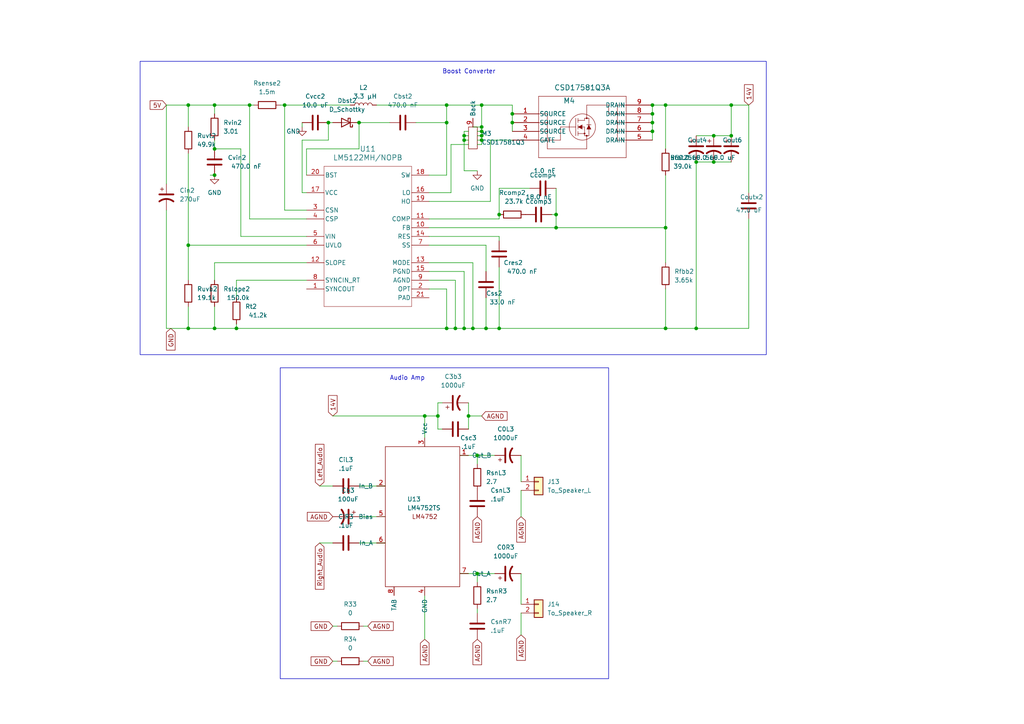
<source format=kicad_sch>
(kicad_sch (version 20230121) (generator eeschema)

  (uuid a4b680e9-e403-4678-906b-ebc0a96b0927)

  (paper "A4")

  (lib_symbols
    (symbol "CSD17309Q3_1" (in_bom yes) (on_board yes)
      (property "Reference" "M1" (at 2.54 1.905 0)
        (effects (font (size 1.27 1.27)) (justify left))
      )
      (property "Value" "CSD17581Q3" (at 2.54 -0.635 0)
        (effects (font (size 1.27 1.27)) (justify left))
      )
      (property "Footprint" "Artisyn_Components:CSD17309Q3" (at 0 0 0)
        (effects (font (size 1.27 1.27)) hide)
      )
      (property "Datasheet" "" (at 0 0 0)
        (effects (font (size 1.27 1.27)) hide)
      )
      (symbol "CSD17309Q3_1_0_1"
        (rectangle (start -1.27 3.81) (end 1.27 -2.54)
          (stroke (width 0) (type default))
          (fill (type none))
        )
      )
      (symbol "CSD17309Q3_1_1_1"
        (pin input line (at -1.27 2.54 180) (length 2.54) hide
          (name "S1" (effects (font (size 1.27 1.27))))
          (number "1" (effects (font (size 1.27 1.27))))
        )
        (pin input line (at -1.27 1.27 180) (length 2.54) hide
          (name "S2" (effects (font (size 1.27 1.27))))
          (number "2" (effects (font (size 1.27 1.27))))
        )
        (pin input line (at -1.27 0 180) (length 2.54) hide
          (name "S3" (effects (font (size 1.27 1.27))))
          (number "3" (effects (font (size 1.27 1.27))))
        )
        (pin input line (at -1.27 -1.27 180) (length 2.54) hide
          (name "G" (effects (font (size 1.27 1.27))))
          (number "4" (effects (font (size 1.27 1.27))))
        )
        (pin input line (at 1.27 2.54 0) (length 2.54) hide
          (name "D1" (effects (font (size 1.27 1.27))))
          (number "5" (effects (font (size 1.27 1.27))))
        )
        (pin input line (at 1.27 1.27 0) (length 2.54) hide
          (name "D2" (effects (font (size 1.27 1.27))))
          (number "6" (effects (font (size 1.27 1.27))))
        )
        (pin input line (at 1.27 0 0) (length 2.54) hide
          (name "D3" (effects (font (size 1.27 1.27))))
          (number "7" (effects (font (size 1.27 1.27))))
        )
        (pin input line (at 1.27 -1.27 0) (length 2.54) hide
          (name "D4" (effects (font (size 1.27 1.27))))
          (number "8" (effects (font (size 1.27 1.27))))
        )
        (pin input line (at 0 3.81 90) (length 2.54)
          (name "Back" (effects (font (size 1.27 1.27))))
          (number "9" (effects (font (size 1.27 1.27))))
        )
      )
    )
    (symbol "CSD17581Q3A:CSD17581Q3A" (pin_names (offset 0.254)) (in_bom yes) (on_board yes)
      (property "Reference" "Q" (at 20.32 10.16 0)
        (effects (font (size 1.524 1.524)))
      )
      (property "Value" "CSD17581Q3A" (at 20.32 7.62 0)
        (effects (font (size 1.524 1.524)))
      )
      (property "Footprint" "Q3A_TEX" (at 0 0 0)
        (effects (font (size 1.27 1.27) italic) hide)
      )
      (property "Datasheet" "CSD17581Q3A" (at 0 0 0)
        (effects (font (size 1.27 1.27) italic) hide)
      )
      (property "ki_locked" "" (at 0 0 0)
        (effects (font (size 1.27 1.27)))
      )
      (property "ki_keywords" "CSD17581Q3A" (at 0 0 0)
        (effects (font (size 1.27 1.27)) hide)
      )
      (property "ki_fp_filters" "Q3A_TEX" (at 0 0 0)
        (effects (font (size 1.27 1.27)) hide)
      )
      (symbol "CSD17581Q3A_0_1"
        (polyline
          (pts
            (xy 7.62 -12.7)
            (xy 33.02 -12.7)
          )
          (stroke (width 0.127) (type default))
          (fill (type none))
        )
        (polyline
          (pts
            (xy 7.62 -7.62)
            (xy 13.97 -7.62)
          )
          (stroke (width 0.127) (type default))
          (fill (type none))
        )
        (polyline
          (pts
            (xy 7.62 -5.08)
            (xy 10.16 -5.08)
          )
          (stroke (width 0.127) (type default))
          (fill (type none))
        )
        (polyline
          (pts
            (xy 7.62 -2.54)
            (xy 10.16 -2.54)
          )
          (stroke (width 0.127) (type default))
          (fill (type none))
        )
        (polyline
          (pts
            (xy 7.62 0)
            (xy 10.16 0)
          )
          (stroke (width 0.127) (type default))
          (fill (type none))
        )
        (polyline
          (pts
            (xy 7.62 5.08)
            (xy 7.62 -12.7)
          )
          (stroke (width 0.127) (type default))
          (fill (type none))
        )
        (polyline
          (pts
            (xy 10.16 -10.16)
            (xy 21.59 -10.16)
          )
          (stroke (width 0.127) (type default))
          (fill (type none))
        )
        (polyline
          (pts
            (xy 10.16 -8.128)
            (xy 10.16 -10.16)
          )
          (stroke (width 0.127) (type default))
          (fill (type none))
        )
        (polyline
          (pts
            (xy 10.16 0)
            (xy 10.16 -7.112)
          )
          (stroke (width 0.127) (type default))
          (fill (type none))
        )
        (polyline
          (pts
            (xy 13.97 -7.62)
            (xy 13.97 -3.81)
          )
          (stroke (width 0.127) (type default))
          (fill (type none))
        )
        (polyline
          (pts
            (xy 13.97 -3.81)
            (xy 18.415 -3.81)
          )
          (stroke (width 0.127) (type default))
          (fill (type none))
        )
        (polyline
          (pts
            (xy 18.415 -6.35)
            (xy 18.415 -1.27)
          )
          (stroke (width 0.127) (type default))
          (fill (type none))
        )
        (polyline
          (pts
            (xy 19.05 -6.35)
            (xy 19.05 -5.08)
          )
          (stroke (width 0.127) (type default))
          (fill (type none))
        )
        (polyline
          (pts
            (xy 19.05 -5.715)
            (xy 20.955 -5.715)
          )
          (stroke (width 0.127) (type default))
          (fill (type none))
        )
        (polyline
          (pts
            (xy 19.05 -4.445)
            (xy 19.05 -3.175)
          )
          (stroke (width 0.127) (type default))
          (fill (type none))
        )
        (polyline
          (pts
            (xy 19.05 -2.54)
            (xy 19.05 -1.27)
          )
          (stroke (width 0.127) (type default))
          (fill (type none))
        )
        (polyline
          (pts
            (xy 19.05 -1.905)
            (xy 20.955 -1.905)
          )
          (stroke (width 0.127) (type default))
          (fill (type none))
        )
        (polyline
          (pts
            (xy 20.32 -3.81)
            (xy 20.955 -3.81)
          )
          (stroke (width 0.127) (type default))
          (fill (type none))
        )
        (polyline
          (pts
            (xy 20.955 -6.35)
            (xy 20.955 -3.81)
          )
          (stroke (width 0.127) (type default))
          (fill (type none))
        )
        (polyline
          (pts
            (xy 20.955 -6.35)
            (xy 22.225 -6.35)
          )
          (stroke (width 0.127) (type default))
          (fill (type none))
        )
        (polyline
          (pts
            (xy 20.955 -1.905)
            (xy 20.955 -1.27)
          )
          (stroke (width 0.127) (type default))
          (fill (type none))
        )
        (polyline
          (pts
            (xy 20.955 -1.27)
            (xy 22.225 -1.27)
          )
          (stroke (width 0.127) (type default))
          (fill (type none))
        )
        (polyline
          (pts
            (xy 21.59 -10.16)
            (xy 21.59 -6.35)
          )
          (stroke (width 0.127) (type default))
          (fill (type none))
        )
        (polyline
          (pts
            (xy 21.59 2.54)
            (xy 21.59 -1.27)
          )
          (stroke (width 0.127) (type default))
          (fill (type none))
        )
        (polyline
          (pts
            (xy 22.225 -6.35)
            (xy 22.225 -4.445)
          )
          (stroke (width 0.127) (type default))
          (fill (type none))
        )
        (polyline
          (pts
            (xy 22.225 -3.175)
            (xy 22.225 -1.27)
          )
          (stroke (width 0.127) (type default))
          (fill (type none))
        )
        (polyline
          (pts
            (xy 22.86 -3.175)
            (xy 21.59 -3.175)
          )
          (stroke (width 0.127) (type default))
          (fill (type none))
        )
        (polyline
          (pts
            (xy 27.94 0)
            (xy 27.94 2.54)
          )
          (stroke (width 0.127) (type default))
          (fill (type none))
        )
        (polyline
          (pts
            (xy 27.94 2.54)
            (xy 21.59 2.54)
          )
          (stroke (width 0.127) (type default))
          (fill (type none))
        )
        (polyline
          (pts
            (xy 30.48 -7.62)
            (xy 30.48 0)
          )
          (stroke (width 0.127) (type default))
          (fill (type none))
        )
        (polyline
          (pts
            (xy 30.48 0)
            (xy 30.48 2.54)
          )
          (stroke (width 0.127) (type default))
          (fill (type none))
        )
        (polyline
          (pts
            (xy 30.48 2.54)
            (xy 33.02 2.54)
          )
          (stroke (width 0.127) (type default))
          (fill (type none))
        )
        (polyline
          (pts
            (xy 33.02 -12.7)
            (xy 33.02 5.08)
          )
          (stroke (width 0.127) (type default))
          (fill (type none))
        )
        (polyline
          (pts
            (xy 33.02 -7.62)
            (xy 30.48 -7.62)
          )
          (stroke (width 0.127) (type default))
          (fill (type none))
        )
        (polyline
          (pts
            (xy 33.02 -5.08)
            (xy 30.48 -5.08)
          )
          (stroke (width 0.127) (type default))
          (fill (type none))
        )
        (polyline
          (pts
            (xy 33.02 -2.54)
            (xy 30.48 -2.54)
          )
          (stroke (width 0.127) (type default))
          (fill (type none))
        )
        (polyline
          (pts
            (xy 33.02 0)
            (xy 27.94 0)
          )
          (stroke (width 0.127) (type default))
          (fill (type none))
        )
        (polyline
          (pts
            (xy 33.02 5.08)
            (xy 7.62 5.08)
          )
          (stroke (width 0.127) (type default))
          (fill (type none))
        )
        (polyline
          (pts
            (xy 20.32 -3.175)
            (xy 19.05 -3.81)
            (xy 20.32 -4.445)
          )
          (stroke (width 0.0254) (type default))
          (fill (type outline))
        )
        (polyline
          (pts
            (xy 22.86 -4.445)
            (xy 21.59 -4.445)
            (xy 22.225 -3.175)
          )
          (stroke (width 0.0254) (type default))
          (fill (type outline))
        )
        (arc (start 10.16 -8.128) (mid 10.6658 -7.62) (end 10.16 -7.112)
          (stroke (width 0.127) (type default))
          (fill (type none))
        )
        (circle (center 10.16 -5.08) (radius 0.127)
          (stroke (width 0.254) (type default))
          (fill (type none))
        )
        (circle (center 10.16 -2.54) (radius 0.127)
          (stroke (width 0.254) (type default))
          (fill (type none))
        )
        (circle (center 20.32 -3.81) (radius 3.81)
          (stroke (width 0.127) (type default))
          (fill (type none))
        )
        (circle (center 20.955 -5.715) (radius 0.127)
          (stroke (width 0.254) (type default))
          (fill (type none))
        )
        (circle (center 21.59 -6.35) (radius 0.127)
          (stroke (width 0.254) (type default))
          (fill (type none))
        )
        (circle (center 21.59 -1.27) (radius 0.127)
          (stroke (width 0.254) (type default))
          (fill (type none))
        )
        (circle (center 30.48 -5.08) (radius 0.127)
          (stroke (width 0.254) (type default))
          (fill (type none))
        )
        (circle (center 30.48 -2.54) (radius 0.127)
          (stroke (width 0.254) (type default))
          (fill (type none))
        )
        (circle (center 30.48 0) (radius 0.127)
          (stroke (width 0.254) (type default))
          (fill (type none))
        )
        (pin unspecified line (at 0 0 0) (length 7.62)
          (name "SOURCE" (effects (font (size 1.27 1.27))))
          (number "1" (effects (font (size 1.27 1.27))))
        )
        (pin unspecified line (at 0 -2.54 0) (length 7.62)
          (name "SOURCE" (effects (font (size 1.27 1.27))))
          (number "2" (effects (font (size 1.27 1.27))))
        )
        (pin unspecified line (at 0 -5.08 0) (length 7.62)
          (name "SOURCE" (effects (font (size 1.27 1.27))))
          (number "3" (effects (font (size 1.27 1.27))))
        )
        (pin unspecified line (at 0 -7.62 0) (length 7.62)
          (name "GATE" (effects (font (size 1.27 1.27))))
          (number "4" (effects (font (size 1.27 1.27))))
        )
        (pin unspecified line (at 40.64 -7.62 180) (length 7.62)
          (name "DRAIN" (effects (font (size 1.27 1.27))))
          (number "5" (effects (font (size 1.27 1.27))))
        )
        (pin unspecified line (at 40.64 -5.08 180) (length 7.62)
          (name "DRAIN" (effects (font (size 1.27 1.27))))
          (number "6" (effects (font (size 1.27 1.27))))
        )
        (pin unspecified line (at 40.64 -2.54 180) (length 7.62)
          (name "DRAIN" (effects (font (size 1.27 1.27))))
          (number "7" (effects (font (size 1.27 1.27))))
        )
        (pin unspecified line (at 40.64 0 180) (length 7.62)
          (name "DRAIN" (effects (font (size 1.27 1.27))))
          (number "8" (effects (font (size 1.27 1.27))))
        )
        (pin unspecified line (at 40.64 2.54 180) (length 7.62)
          (name "DRAIN" (effects (font (size 1.27 1.27))))
          (number "9" (effects (font (size 1.27 1.27))))
        )
      )
    )
    (symbol "Connector_Generic:Conn_01x02" (pin_names (offset 1.016) hide) (in_bom yes) (on_board yes)
      (property "Reference" "J" (at 0 2.54 0)
        (effects (font (size 1.27 1.27)))
      )
      (property "Value" "Conn_01x02" (at 0 -5.08 0)
        (effects (font (size 1.27 1.27)))
      )
      (property "Footprint" "" (at 0 0 0)
        (effects (font (size 1.27 1.27)) hide)
      )
      (property "Datasheet" "~" (at 0 0 0)
        (effects (font (size 1.27 1.27)) hide)
      )
      (property "ki_keywords" "connector" (at 0 0 0)
        (effects (font (size 1.27 1.27)) hide)
      )
      (property "ki_description" "Generic connector, single row, 01x02, script generated (kicad-library-utils/schlib/autogen/connector/)" (at 0 0 0)
        (effects (font (size 1.27 1.27)) hide)
      )
      (property "ki_fp_filters" "Connector*:*_1x??_*" (at 0 0 0)
        (effects (font (size 1.27 1.27)) hide)
      )
      (symbol "Conn_01x02_1_1"
        (rectangle (start -1.27 -2.413) (end 0 -2.667)
          (stroke (width 0.1524) (type default))
          (fill (type none))
        )
        (rectangle (start -1.27 0.127) (end 0 -0.127)
          (stroke (width 0.1524) (type default))
          (fill (type none))
        )
        (rectangle (start -1.27 1.27) (end 1.27 -3.81)
          (stroke (width 0.254) (type default))
          (fill (type background))
        )
        (pin passive line (at -5.08 0 0) (length 3.81)
          (name "Pin_1" (effects (font (size 1.27 1.27))))
          (number "1" (effects (font (size 1.27 1.27))))
        )
        (pin passive line (at -5.08 -2.54 0) (length 3.81)
          (name "Pin_2" (effects (font (size 1.27 1.27))))
          (number "2" (effects (font (size 1.27 1.27))))
        )
      )
    )
    (symbol "Device:C" (pin_numbers hide) (pin_names (offset 0.254)) (in_bom yes) (on_board yes)
      (property "Reference" "C" (at 0.635 2.54 0)
        (effects (font (size 1.27 1.27)) (justify left))
      )
      (property "Value" "C" (at 0.635 -2.54 0)
        (effects (font (size 1.27 1.27)) (justify left))
      )
      (property "Footprint" "" (at 0.9652 -3.81 0)
        (effects (font (size 1.27 1.27)) hide)
      )
      (property "Datasheet" "~" (at 0 0 0)
        (effects (font (size 1.27 1.27)) hide)
      )
      (property "ki_keywords" "cap capacitor" (at 0 0 0)
        (effects (font (size 1.27 1.27)) hide)
      )
      (property "ki_description" "Unpolarized capacitor" (at 0 0 0)
        (effects (font (size 1.27 1.27)) hide)
      )
      (property "ki_fp_filters" "C_*" (at 0 0 0)
        (effects (font (size 1.27 1.27)) hide)
      )
      (symbol "C_0_1"
        (polyline
          (pts
            (xy -2.032 -0.762)
            (xy 2.032 -0.762)
          )
          (stroke (width 0.508) (type default))
          (fill (type none))
        )
        (polyline
          (pts
            (xy -2.032 0.762)
            (xy 2.032 0.762)
          )
          (stroke (width 0.508) (type default))
          (fill (type none))
        )
      )
      (symbol "C_1_1"
        (pin passive line (at 0 3.81 270) (length 2.794)
          (name "~" (effects (font (size 1.27 1.27))))
          (number "1" (effects (font (size 1.27 1.27))))
        )
        (pin passive line (at 0 -3.81 90) (length 2.794)
          (name "~" (effects (font (size 1.27 1.27))))
          (number "2" (effects (font (size 1.27 1.27))))
        )
      )
    )
    (symbol "Device:C_Polarized_US" (pin_numbers hide) (pin_names (offset 0.254) hide) (in_bom yes) (on_board yes)
      (property "Reference" "C" (at 0.635 2.54 0)
        (effects (font (size 1.27 1.27)) (justify left))
      )
      (property "Value" "C_Polarized_US" (at 0.635 -2.54 0)
        (effects (font (size 1.27 1.27)) (justify left))
      )
      (property "Footprint" "" (at 0 0 0)
        (effects (font (size 1.27 1.27)) hide)
      )
      (property "Datasheet" "~" (at 0 0 0)
        (effects (font (size 1.27 1.27)) hide)
      )
      (property "ki_keywords" "cap capacitor" (at 0 0 0)
        (effects (font (size 1.27 1.27)) hide)
      )
      (property "ki_description" "Polarized capacitor, US symbol" (at 0 0 0)
        (effects (font (size 1.27 1.27)) hide)
      )
      (property "ki_fp_filters" "CP_*" (at 0 0 0)
        (effects (font (size 1.27 1.27)) hide)
      )
      (symbol "C_Polarized_US_0_1"
        (polyline
          (pts
            (xy -2.032 0.762)
            (xy 2.032 0.762)
          )
          (stroke (width 0.508) (type default))
          (fill (type none))
        )
        (polyline
          (pts
            (xy -1.778 2.286)
            (xy -0.762 2.286)
          )
          (stroke (width 0) (type default))
          (fill (type none))
        )
        (polyline
          (pts
            (xy -1.27 1.778)
            (xy -1.27 2.794)
          )
          (stroke (width 0) (type default))
          (fill (type none))
        )
        (arc (start 2.032 -1.27) (mid 0 -0.5572) (end -2.032 -1.27)
          (stroke (width 0.508) (type default))
          (fill (type none))
        )
      )
      (symbol "C_Polarized_US_1_1"
        (pin passive line (at 0 3.81 270) (length 2.794)
          (name "~" (effects (font (size 1.27 1.27))))
          (number "1" (effects (font (size 1.27 1.27))))
        )
        (pin passive line (at 0 -3.81 90) (length 3.302)
          (name "~" (effects (font (size 1.27 1.27))))
          (number "2" (effects (font (size 1.27 1.27))))
        )
      )
    )
    (symbol "Device:D_Schottky" (pin_numbers hide) (pin_names (offset 1.016) hide) (in_bom yes) (on_board yes)
      (property "Reference" "D" (at 0 2.54 0)
        (effects (font (size 1.27 1.27)))
      )
      (property "Value" "D_Schottky" (at 0 -2.54 0)
        (effects (font (size 1.27 1.27)))
      )
      (property "Footprint" "" (at 0 0 0)
        (effects (font (size 1.27 1.27)) hide)
      )
      (property "Datasheet" "~" (at 0 0 0)
        (effects (font (size 1.27 1.27)) hide)
      )
      (property "ki_keywords" "diode Schottky" (at 0 0 0)
        (effects (font (size 1.27 1.27)) hide)
      )
      (property "ki_description" "Schottky diode" (at 0 0 0)
        (effects (font (size 1.27 1.27)) hide)
      )
      (property "ki_fp_filters" "TO-???* *_Diode_* *SingleDiode* D_*" (at 0 0 0)
        (effects (font (size 1.27 1.27)) hide)
      )
      (symbol "D_Schottky_0_1"
        (polyline
          (pts
            (xy 1.27 0)
            (xy -1.27 0)
          )
          (stroke (width 0) (type default))
          (fill (type none))
        )
        (polyline
          (pts
            (xy 1.27 1.27)
            (xy 1.27 -1.27)
            (xy -1.27 0)
            (xy 1.27 1.27)
          )
          (stroke (width 0.254) (type default))
          (fill (type none))
        )
        (polyline
          (pts
            (xy -1.905 0.635)
            (xy -1.905 1.27)
            (xy -1.27 1.27)
            (xy -1.27 -1.27)
            (xy -0.635 -1.27)
            (xy -0.635 -0.635)
          )
          (stroke (width 0.254) (type default))
          (fill (type none))
        )
      )
      (symbol "D_Schottky_1_1"
        (pin passive line (at -3.81 0 0) (length 2.54)
          (name "K" (effects (font (size 1.27 1.27))))
          (number "1" (effects (font (size 1.27 1.27))))
        )
        (pin passive line (at 3.81 0 180) (length 2.54)
          (name "A" (effects (font (size 1.27 1.27))))
          (number "2" (effects (font (size 1.27 1.27))))
        )
      )
    )
    (symbol "Device:L" (pin_numbers hide) (pin_names (offset 1.016) hide) (in_bom yes) (on_board yes)
      (property "Reference" "L" (at -1.27 0 90)
        (effects (font (size 1.27 1.27)))
      )
      (property "Value" "L" (at 1.905 0 90)
        (effects (font (size 1.27 1.27)))
      )
      (property "Footprint" "" (at 0 0 0)
        (effects (font (size 1.27 1.27)) hide)
      )
      (property "Datasheet" "~" (at 0 0 0)
        (effects (font (size 1.27 1.27)) hide)
      )
      (property "ki_keywords" "inductor choke coil reactor magnetic" (at 0 0 0)
        (effects (font (size 1.27 1.27)) hide)
      )
      (property "ki_description" "Inductor" (at 0 0 0)
        (effects (font (size 1.27 1.27)) hide)
      )
      (property "ki_fp_filters" "Choke_* *Coil* Inductor_* L_*" (at 0 0 0)
        (effects (font (size 1.27 1.27)) hide)
      )
      (symbol "L_0_1"
        (arc (start 0 -2.54) (mid 0.6323 -1.905) (end 0 -1.27)
          (stroke (width 0) (type default))
          (fill (type none))
        )
        (arc (start 0 -1.27) (mid 0.6323 -0.635) (end 0 0)
          (stroke (width 0) (type default))
          (fill (type none))
        )
        (arc (start 0 0) (mid 0.6323 0.635) (end 0 1.27)
          (stroke (width 0) (type default))
          (fill (type none))
        )
        (arc (start 0 1.27) (mid 0.6323 1.905) (end 0 2.54)
          (stroke (width 0) (type default))
          (fill (type none))
        )
      )
      (symbol "L_1_1"
        (pin passive line (at 0 3.81 270) (length 1.27)
          (name "1" (effects (font (size 1.27 1.27))))
          (number "1" (effects (font (size 1.27 1.27))))
        )
        (pin passive line (at 0 -3.81 90) (length 1.27)
          (name "2" (effects (font (size 1.27 1.27))))
          (number "2" (effects (font (size 1.27 1.27))))
        )
      )
    )
    (symbol "Device:R" (pin_numbers hide) (pin_names (offset 0)) (in_bom yes) (on_board yes)
      (property "Reference" "R" (at 2.032 0 90)
        (effects (font (size 1.27 1.27)))
      )
      (property "Value" "R" (at 0 0 90)
        (effects (font (size 1.27 1.27)))
      )
      (property "Footprint" "" (at -1.778 0 90)
        (effects (font (size 1.27 1.27)) hide)
      )
      (property "Datasheet" "~" (at 0 0 0)
        (effects (font (size 1.27 1.27)) hide)
      )
      (property "ki_keywords" "R res resistor" (at 0 0 0)
        (effects (font (size 1.27 1.27)) hide)
      )
      (property "ki_description" "Resistor" (at 0 0 0)
        (effects (font (size 1.27 1.27)) hide)
      )
      (property "ki_fp_filters" "R_*" (at 0 0 0)
        (effects (font (size 1.27 1.27)) hide)
      )
      (symbol "R_0_1"
        (rectangle (start -1.016 -2.54) (end 1.016 2.54)
          (stroke (width 0.254) (type default))
          (fill (type none))
        )
      )
      (symbol "R_1_1"
        (pin passive line (at 0 3.81 270) (length 1.27)
          (name "~" (effects (font (size 1.27 1.27))))
          (number "1" (effects (font (size 1.27 1.27))))
        )
        (pin passive line (at 0 -3.81 90) (length 1.27)
          (name "~" (effects (font (size 1.27 1.27))))
          (number "2" (effects (font (size 1.27 1.27))))
        )
      )
    )
    (symbol "LM4752TS:LM4752TS" (pin_names (offset 1.016)) (in_bom yes) (on_board yes)
      (property "Reference" "U" (at -12.7 16.24 0)
        (effects (font (size 1.27 1.27)) (justify left bottom))
      )
      (property "Value" "LM4752TS" (at -12.7 -19.24 0)
        (effects (font (size 1.27 1.27)) (justify left bottom))
      )
      (property "Footprint" "LM4752TS:TO127P1435X464-8N" (at 0 0 0)
        (effects (font (size 1.27 1.27)) (justify bottom) hide)
      )
      (property "Datasheet" "" (at 0 0 0)
        (effects (font (size 1.27 1.27)) hide)
      )
      (symbol "LM4752TS_1_1"
        (rectangle (start -11.43 20.32) (end 10.16 -20.32)
          (stroke (width 0) (type default))
          (fill (type none))
        )
        (text "LM4752" (at 0 0 0)
          (effects (font (size 1.27 1.27)))
        )
        (pin input line (at 10.16 17.78 0) (length 2.54)
          (name "Out_B" (effects (font (size 1.27 1.27))))
          (number "1" (effects (font (size 1.27 1.27))))
        )
        (pin input line (at -11.43 8.89 180) (length 2.54)
          (name "In_B" (effects (font (size 1.27 1.27))))
          (number "2" (effects (font (size 1.27 1.27))))
        )
        (pin input line (at 0 20.32 90) (length 2.54)
          (name "Vcc" (effects (font (size 1.27 1.27))))
          (number "3" (effects (font (size 1.27 1.27))))
        )
        (pin input line (at 0 -20.32 270) (length 2.54)
          (name "GND" (effects (font (size 1.27 1.27))))
          (number "4" (effects (font (size 1.27 1.27))))
        )
        (pin input line (at -11.43 0 180) (length 2.54)
          (name "Bias" (effects (font (size 1.27 1.27))))
          (number "5" (effects (font (size 1.27 1.27))))
        )
        (pin input line (at -11.43 -7.62 180) (length 2.54)
          (name "In_A" (effects (font (size 1.27 1.27))))
          (number "6" (effects (font (size 1.27 1.27))))
        )
        (pin input line (at 10.16 -16.51 0) (length 2.54)
          (name "Out_A" (effects (font (size 1.27 1.27))))
          (number "7" (effects (font (size 1.27 1.27))))
        )
        (pin input line (at -8.89 -20.32 270) (length 2.54)
          (name "TAB" (effects (font (size 1.27 1.27))))
          (number "8" (effects (font (size 1.27 1.27))))
        )
      )
    )
    (symbol "LM5122:LM5122MH_NOPB" (pin_names (offset 0.254)) (in_bom yes) (on_board yes)
      (property "Reference" "U" (at 0 2.54 0)
        (effects (font (size 1.524 1.524)))
      )
      (property "Value" "LM5122MH/NOPB" (at 0 0 0)
        (effects (font (size 1.524 1.524)))
      )
      (property "Footprint" "PWP0020A_N" (at 0 0 0)
        (effects (font (size 1.27 1.27) italic) hide)
      )
      (property "Datasheet" "LM5122MH/NOPB" (at 0 0 0)
        (effects (font (size 1.27 1.27) italic) hide)
      )
      (property "ki_locked" "" (at 0 0 0)
        (effects (font (size 1.27 1.27)))
      )
      (property "ki_keywords" "LM5122MH/NOPB" (at 0 0 0)
        (effects (font (size 1.27 1.27)) hide)
      )
      (property "ki_fp_filters" "PWP0020A_N PWP0020A_M PWP0020A_L" (at 0 0 0)
        (effects (font (size 1.27 1.27)) hide)
      )
      (symbol "LM5122MH_NOPB_0_1"
        (polyline
          (pts
            (xy -12.7 -20.32)
            (xy 12.7 -20.32)
          )
          (stroke (width 0.1016) (type default))
          (fill (type none))
        )
        (polyline
          (pts
            (xy -12.7 20.32)
            (xy -12.7 -20.32)
          )
          (stroke (width 0.1016) (type default))
          (fill (type none))
        )
        (polyline
          (pts
            (xy 12.7 -20.32)
            (xy 12.7 20.32)
          )
          (stroke (width 0.1016) (type default))
          (fill (type none))
        )
        (polyline
          (pts
            (xy 12.7 20.32)
            (xy -12.7 20.32)
          )
          (stroke (width 0.1016) (type default))
          (fill (type none))
        )
        (pin output line (at -17.78 -15.24 0) (length 5.08)
          (name "SYNCOUT" (effects (font (size 1.27 1.27))))
          (number "1" (effects (font (size 1.27 1.27))))
        )
        (pin input line (at 17.78 2.54 180) (length 5.08)
          (name "FB" (effects (font (size 1.27 1.27))))
          (number "10" (effects (font (size 1.27 1.27))))
        )
        (pin output line (at 17.78 5.08 180) (length 5.08)
          (name "COMP" (effects (font (size 1.27 1.27))))
          (number "11" (effects (font (size 1.27 1.27))))
        )
        (pin input line (at -17.78 -7.62 0) (length 5.08)
          (name "SLOPE" (effects (font (size 1.27 1.27))))
          (number "12" (effects (font (size 1.27 1.27))))
        )
        (pin input line (at 17.78 -7.62 180) (length 5.08)
          (name "MODE" (effects (font (size 1.27 1.27))))
          (number "13" (effects (font (size 1.27 1.27))))
        )
        (pin output line (at 17.78 0 180) (length 5.08)
          (name "RES" (effects (font (size 1.27 1.27))))
          (number "14" (effects (font (size 1.27 1.27))))
        )
        (pin power_in line (at 17.78 -10.16 180) (length 5.08)
          (name "PGND" (effects (font (size 1.27 1.27))))
          (number "15" (effects (font (size 1.27 1.27))))
        )
        (pin power_in line (at 17.78 12.7 180) (length 5.08)
          (name "LO" (effects (font (size 1.27 1.27))))
          (number "16" (effects (font (size 1.27 1.27))))
        )
        (pin power_in line (at -17.78 12.7 0) (length 5.08)
          (name "VCC" (effects (font (size 1.27 1.27))))
          (number "17" (effects (font (size 1.27 1.27))))
        )
        (pin bidirectional line (at 17.78 17.78 180) (length 5.08)
          (name "SW" (effects (font (size 1.27 1.27))))
          (number "18" (effects (font (size 1.27 1.27))))
        )
        (pin power_in line (at 17.78 10.16 180) (length 5.08)
          (name "HO" (effects (font (size 1.27 1.27))))
          (number "19" (effects (font (size 1.27 1.27))))
        )
        (pin input line (at 17.78 -15.24 180) (length 5.08)
          (name "OPT" (effects (font (size 1.27 1.27))))
          (number "2" (effects (font (size 1.27 1.27))))
        )
        (pin power_in line (at -17.78 17.78 0) (length 5.08)
          (name "BST" (effects (font (size 1.27 1.27))))
          (number "20" (effects (font (size 1.27 1.27))))
        )
        (pin power_in line (at 17.78 -17.78 180) (length 5.08)
          (name "PAD" (effects (font (size 1.27 1.27))))
          (number "21" (effects (font (size 1.27 1.27))))
        )
        (pin input line (at -17.78 7.62 0) (length 5.08)
          (name "CSN" (effects (font (size 1.27 1.27))))
          (number "3" (effects (font (size 1.27 1.27))))
        )
        (pin input line (at -17.78 5.08 0) (length 5.08)
          (name "CSP" (effects (font (size 1.27 1.27))))
          (number "4" (effects (font (size 1.27 1.27))))
        )
        (pin power_in line (at -17.78 0 0) (length 5.08)
          (name "VIN" (effects (font (size 1.27 1.27))))
          (number "5" (effects (font (size 1.27 1.27))))
        )
        (pin input line (at -17.78 -2.54 0) (length 5.08)
          (name "UVLO" (effects (font (size 1.27 1.27))))
          (number "6" (effects (font (size 1.27 1.27))))
        )
        (pin input line (at 17.78 -2.54 180) (length 5.08)
          (name "SS" (effects (font (size 1.27 1.27))))
          (number "7" (effects (font (size 1.27 1.27))))
        )
        (pin input line (at -17.78 -12.7 0) (length 5.08)
          (name "SYNCIN_RT" (effects (font (size 1.27 1.27))))
          (number "8" (effects (font (size 1.27 1.27))))
        )
        (pin power_in line (at 17.78 -12.7 180) (length 5.08)
          (name "AGND" (effects (font (size 1.27 1.27))))
          (number "9" (effects (font (size 1.27 1.27))))
        )
      )
    )
    (symbol "power:GND" (power) (pin_names (offset 0)) (in_bom yes) (on_board yes)
      (property "Reference" "#PWR" (at 0 -6.35 0)
        (effects (font (size 1.27 1.27)) hide)
      )
      (property "Value" "GND" (at 0 -3.81 0)
        (effects (font (size 1.27 1.27)))
      )
      (property "Footprint" "" (at 0 0 0)
        (effects (font (size 1.27 1.27)) hide)
      )
      (property "Datasheet" "" (at 0 0 0)
        (effects (font (size 1.27 1.27)) hide)
      )
      (property "ki_keywords" "global power" (at 0 0 0)
        (effects (font (size 1.27 1.27)) hide)
      )
      (property "ki_description" "Power symbol creates a global label with name \"GND\" , ground" (at 0 0 0)
        (effects (font (size 1.27 1.27)) hide)
      )
      (symbol "GND_0_1"
        (polyline
          (pts
            (xy 0 0)
            (xy 0 -1.27)
            (xy 1.27 -1.27)
            (xy 0 -2.54)
            (xy -1.27 -1.27)
            (xy 0 -1.27)
          )
          (stroke (width 0) (type default))
          (fill (type none))
        )
      )
      (symbol "GND_1_1"
        (pin power_in line (at 0 0 270) (length 0) hide
          (name "GND" (effects (font (size 1.27 1.27))))
          (number "1" (effects (font (size 1.27 1.27))))
        )
      )
    )
  )

  (junction (at 68.58 95.25) (diameter 0) (color 0 0 0 0)
    (uuid 0579d204-5983-41bb-a640-acb941ff0701)
  )
  (junction (at 104.14 35.56) (diameter 0) (color 0 0 0 0)
    (uuid 0ab94913-5662-4163-b018-1cdbabf8b9f4)
  )
  (junction (at 129.54 95.25) (diameter 0) (color 0 0 0 0)
    (uuid 137f4a0e-91e6-4289-9550-0e9594225896)
  )
  (junction (at 137.16 95.25) (diameter 0) (color 0 0 0 0)
    (uuid 1c6ecbf7-5c04-4355-8418-d57349188c9d)
  )
  (junction (at 129.54 30.48) (diameter 0) (color 0 0 0 0)
    (uuid 204192a2-5679-46d6-a0a6-0d3ae374ab9d)
  )
  (junction (at 193.04 66.04) (diameter 0) (color 0 0 0 0)
    (uuid 216fb175-5f80-42c5-9957-c90b8e07f727)
  )
  (junction (at 132.08 95.25) (diameter 0) (color 0 0 0 0)
    (uuid 25461f0f-c981-40a6-9870-71348334e069)
  )
  (junction (at 189.23 35.56) (diameter 0) (color 0 0 0 0)
    (uuid 306a6add-37d0-4b50-9a58-105df83bd699)
  )
  (junction (at 189.23 30.48) (diameter 0) (color 0 0 0 0)
    (uuid 3557a6b2-ac1e-44f0-8501-ec6f4cfd6467)
  )
  (junction (at 139.7 36.83) (diameter 0) (color 0 0 0 0)
    (uuid 356f1b8b-04ec-4345-b88c-590009d725ad)
  )
  (junction (at 207.01 46.99) (diameter 0) (color 0 0 0 0)
    (uuid 35b062bc-5604-46ed-b9fa-66de877363e5)
  )
  (junction (at 134.62 39.37) (diameter 0) (color 0 0 0 0)
    (uuid 383ee8bb-86ea-4957-a064-0ef935dfeaed)
  )
  (junction (at 139.7 39.37) (diameter 0) (color 0 0 0 0)
    (uuid 3ecf706a-ec04-4dbb-b4db-07c3087d6677)
  )
  (junction (at 201.93 46.99) (diameter 0) (color 0 0 0 0)
    (uuid 453d623f-3f1e-4275-9695-1b2a35a1101e)
  )
  (junction (at 139.7 38.1) (diameter 0) (color 0 0 0 0)
    (uuid 45cdab51-375b-4816-aeff-c4474c0f8dd8)
  )
  (junction (at 139.7 30.48) (diameter 0) (color 0 0 0 0)
    (uuid 4a4653e5-bc75-4fd2-9d0e-6810a73298b4)
  )
  (junction (at 161.29 62.23) (diameter 0) (color 0 0 0 0)
    (uuid 58340429-45ce-430c-ae7a-68afcb0a80de)
  )
  (junction (at 189.23 33.02) (diameter 0) (color 0 0 0 0)
    (uuid 5cdf23fe-bc97-4f83-a7c3-4de678075138)
  )
  (junction (at 144.78 95.25) (diameter 0) (color 0 0 0 0)
    (uuid 6ac5df28-a0ca-445d-98c4-daa2dfcd1fb9)
  )
  (junction (at 212.09 30.48) (diameter 0) (color 0 0 0 0)
    (uuid 6b3f2ca4-1e6c-4135-8a24-b3ad1a8932bf)
  )
  (junction (at 139.7 40.64) (diameter 0) (color 0 0 0 0)
    (uuid 6fb165c4-ec98-4eae-8e2d-c0ee52e712bf)
  )
  (junction (at 127 120.65) (diameter 0) (color 0 0 0 0)
    (uuid 6fe9e644-c9fe-449f-a580-c5560980a5c0)
  )
  (junction (at 207.01 39.37) (diameter 0) (color 0 0 0 0)
    (uuid 70f67b68-d0d5-444c-a257-129024630c23)
  )
  (junction (at 123.19 120.65) (diameter 0) (color 0 0 0 0)
    (uuid 728469ba-5776-4e4a-8087-44788afd723b)
  )
  (junction (at 134.62 95.25) (diameter 0) (color 0 0 0 0)
    (uuid 74e23f74-76b1-4bd5-ac4b-5d53cb941729)
  )
  (junction (at 140.97 95.25) (diameter 0) (color 0 0 0 0)
    (uuid 75b4e1ce-78af-4bde-a85a-5c2a36722d7b)
  )
  (junction (at 72.39 30.48) (diameter 0) (color 0 0 0 0)
    (uuid 7f01174e-fadc-492a-b2b1-bfdae6b158cb)
  )
  (junction (at 189.23 38.1) (diameter 0) (color 0 0 0 0)
    (uuid 8334df5a-f245-4a73-9213-59f3a561cd38)
  )
  (junction (at 134.62 40.64) (diameter 0) (color 0 0 0 0)
    (uuid 859a7553-709d-4e11-bd9e-8f025e066c3e)
  )
  (junction (at 138.43 132.08) (diameter 0) (color 0 0 0 0)
    (uuid 9a1787b2-0297-42be-9457-047bc1a7e2e8)
  )
  (junction (at 161.29 66.04) (diameter 0) (color 0 0 0 0)
    (uuid a13c6976-bc96-4892-beee-e926a4df9990)
  )
  (junction (at 193.04 95.25) (diameter 0) (color 0 0 0 0)
    (uuid a4415c7a-4d81-4e30-ab95-efe9296de090)
  )
  (junction (at 135.89 120.65) (diameter 0) (color 0 0 0 0)
    (uuid a765514d-737f-43e2-b1a2-0617af99342f)
  )
  (junction (at 144.78 62.23) (diameter 0) (color 0 0 0 0)
    (uuid a80a6b44-225d-43b5-be8c-11a93a2d2a4a)
  )
  (junction (at 54.61 95.25) (diameter 0) (color 0 0 0 0)
    (uuid b33a1366-9fa7-4114-a774-7cf3aed74148)
  )
  (junction (at 54.61 71.12) (diameter 0) (color 0 0 0 0)
    (uuid b6e88d3c-3a4c-448d-80dc-d9ff9030d5f5)
  )
  (junction (at 62.23 50.8) (diameter 0) (color 0 0 0 0)
    (uuid c0db392a-8f29-4ad7-9b7b-4098f0142ced)
  )
  (junction (at 148.59 33.02) (diameter 0) (color 0 0 0 0)
    (uuid c3ee80d8-3315-4d9f-b371-3a70a8659b08)
  )
  (junction (at 138.43 166.37) (diameter 0) (color 0 0 0 0)
    (uuid c4c65612-afc6-4705-88d1-4f99da71544e)
  )
  (junction (at 62.23 95.25) (diameter 0) (color 0 0 0 0)
    (uuid c4d6210b-e9a3-4961-b7ee-796ea2efaeaf)
  )
  (junction (at 82.55 30.48) (diameter 0) (color 0 0 0 0)
    (uuid c692fe8e-53e9-4451-9882-846c027a404a)
  )
  (junction (at 62.23 43.18) (diameter 0) (color 0 0 0 0)
    (uuid cf342344-2b27-4286-a730-ef482b7ecff2)
  )
  (junction (at 95.25 35.56) (diameter 0) (color 0 0 0 0)
    (uuid d102bf4f-5432-4b8e-a2dc-c79f265f4e51)
  )
  (junction (at 212.09 39.37) (diameter 0) (color 0 0 0 0)
    (uuid da7e113b-bd74-4bb1-8fab-b5c0bd7f734f)
  )
  (junction (at 148.59 35.56) (diameter 0) (color 0 0 0 0)
    (uuid dc2f93eb-036f-493e-a78c-9f53c33f4971)
  )
  (junction (at 129.54 35.56) (diameter 0) (color 0 0 0 0)
    (uuid e1b61daf-23af-40f8-a9ae-98facd1ffaa0)
  )
  (junction (at 62.23 30.48) (diameter 0) (color 0 0 0 0)
    (uuid e5a5e293-ad32-41dc-b3cc-812fc5a2259d)
  )
  (junction (at 201.93 95.25) (diameter 0) (color 0 0 0 0)
    (uuid e9ec2f80-0905-4857-9cee-19e3e5ed3fcc)
  )
  (junction (at 193.04 30.48) (diameter 0) (color 0 0 0 0)
    (uuid ea39e9a8-94ba-4d37-b69b-24eee0347541)
  )
  (junction (at 54.61 30.48) (diameter 0) (color 0 0 0 0)
    (uuid f78c74de-283f-4726-836f-6af945b62830)
  )

  (wire (pts (xy 201.93 39.37) (xy 207.01 39.37))
    (stroke (width 0) (type default))
    (uuid 0028b7fa-8ddb-46df-b8de-e843e62ee4b0)
  )
  (wire (pts (xy 62.23 95.25) (xy 68.58 95.25))
    (stroke (width 0) (type default))
    (uuid 005709f2-6857-47ec-b9e8-2a851fb62e68)
  )
  (wire (pts (xy 151.13 142.24) (xy 151.13 149.86))
    (stroke (width 0) (type default))
    (uuid 01a1c1d5-b9ec-4fbb-b6e3-e61f6842f4db)
  )
  (wire (pts (xy 104.14 43.18) (xy 104.14 35.56))
    (stroke (width 0) (type default))
    (uuid 01fc497b-a8b4-4939-a920-6848185421a7)
  )
  (wire (pts (xy 139.7 30.48) (xy 148.59 30.48))
    (stroke (width 0) (type default))
    (uuid 03eaedc8-945e-4cca-bdc9-acef4651d684)
  )
  (wire (pts (xy 134.62 39.37) (xy 135.89 39.37))
    (stroke (width 0) (type default))
    (uuid 0474d022-367a-48ed-8025-26233a78a14a)
  )
  (wire (pts (xy 193.04 30.48) (xy 193.04 43.18))
    (stroke (width 0) (type default))
    (uuid 061c860e-5e79-4da0-961f-5de70823e71e)
  )
  (wire (pts (xy 88.9 63.5) (xy 72.39 63.5))
    (stroke (width 0) (type default))
    (uuid 0978374d-37d7-4914-86aa-2682ae24f47c)
  )
  (wire (pts (xy 193.04 50.8) (xy 193.04 66.04))
    (stroke (width 0) (type default))
    (uuid 0a14011b-1b15-4d84-b120-baaccebd001b)
  )
  (wire (pts (xy 88.9 68.58) (xy 69.85 68.58))
    (stroke (width 0) (type default))
    (uuid 0f5f888f-56a1-47cd-a955-be914aa8094a)
  )
  (wire (pts (xy 201.93 46.99) (xy 207.01 46.99))
    (stroke (width 0) (type default))
    (uuid 0f969628-87e1-4878-aa14-f8e970c411c8)
  )
  (wire (pts (xy 161.29 66.04) (xy 193.04 66.04))
    (stroke (width 0) (type default))
    (uuid 1658dcee-5965-4825-8194-61a2a1544b4a)
  )
  (wire (pts (xy 148.59 33.02) (xy 148.59 35.56))
    (stroke (width 0) (type default))
    (uuid 185c3430-667c-452e-8eac-703165457f84)
  )
  (wire (pts (xy 129.54 35.56) (xy 129.54 30.48))
    (stroke (width 0) (type default))
    (uuid 1b08594b-4ea7-4787-aa94-def19ee01d0a)
  )
  (wire (pts (xy 87.63 40.64) (xy 95.25 40.64))
    (stroke (width 0) (type default))
    (uuid 1d3b0306-9e8e-420d-8e7b-283f9c17449c)
  )
  (wire (pts (xy 189.23 33.02) (xy 189.23 35.56))
    (stroke (width 0) (type default))
    (uuid 1ed1a84a-0d4f-4c23-aaf2-f36ed72dbb7a)
  )
  (wire (pts (xy 124.46 63.5) (xy 144.78 63.5))
    (stroke (width 0) (type default))
    (uuid 1f4d82ae-6f45-46e0-bfa5-ec6213f51a8e)
  )
  (wire (pts (xy 68.58 93.98) (xy 68.58 95.25))
    (stroke (width 0) (type default))
    (uuid 201e4069-f5b2-49c2-b6ba-9de2b3127ec0)
  )
  (wire (pts (xy 134.62 40.64) (xy 135.89 40.64))
    (stroke (width 0) (type default))
    (uuid 203941fe-4201-4178-9658-15d3fcd7d6f3)
  )
  (wire (pts (xy 62.23 40.64) (xy 62.23 43.18))
    (stroke (width 0) (type default))
    (uuid 213b4071-faf5-4693-b98a-4abf5e3f7728)
  )
  (wire (pts (xy 138.43 132.08) (xy 138.43 134.62))
    (stroke (width 0) (type default))
    (uuid 21e4b443-6386-435a-bd1a-30bdac4d289e)
  )
  (wire (pts (xy 137.16 76.2) (xy 137.16 95.25))
    (stroke (width 0) (type default))
    (uuid 249718dd-277c-414f-9fcc-3f74dd777408)
  )
  (wire (pts (xy 217.17 63.5) (xy 217.17 95.25))
    (stroke (width 0) (type default))
    (uuid 2542d675-0fe9-4230-870b-7053c8fb3910)
  )
  (wire (pts (xy 134.62 49.53) (xy 138.43 49.53))
    (stroke (width 0) (type default))
    (uuid 255093ce-10a5-46f3-a76d-ac561f60da76)
  )
  (wire (pts (xy 88.9 60.96) (xy 82.55 60.96))
    (stroke (width 0) (type default))
    (uuid 2598bdc7-c8e1-4dbd-825a-a1c2c3c6f711)
  )
  (wire (pts (xy 161.29 62.23) (xy 160.02 62.23))
    (stroke (width 0) (type default))
    (uuid 27d9d0f3-637a-486d-9b87-291bff351be4)
  )
  (wire (pts (xy 151.13 166.37) (xy 151.13 175.26))
    (stroke (width 0) (type default))
    (uuid 2b6dfe22-3c15-4fd2-9e13-bbb52685d38f)
  )
  (wire (pts (xy 124.46 50.8) (xy 129.54 50.8))
    (stroke (width 0) (type default))
    (uuid 2cd0186c-b2ce-4499-9869-826f0f43b95c)
  )
  (wire (pts (xy 124.46 81.28) (xy 132.08 81.28))
    (stroke (width 0) (type default))
    (uuid 32c5a4ad-baaa-46ee-85ce-ae763a1045dc)
  )
  (wire (pts (xy 134.62 78.74) (xy 134.62 95.25))
    (stroke (width 0) (type default))
    (uuid 34bd47b5-1b4f-45a9-9bf5-7bc0df0067ef)
  )
  (wire (pts (xy 92.71 157.48) (xy 96.52 157.48))
    (stroke (width 0) (type default))
    (uuid 3520184d-7d85-40fd-8205-6681d90e3b63)
  )
  (wire (pts (xy 60.96 50.8) (xy 62.23 50.8))
    (stroke (width 0) (type default))
    (uuid 3788c4b3-b616-4051-bf29-f84f59af97d3)
  )
  (wire (pts (xy 68.58 81.28) (xy 68.58 86.36))
    (stroke (width 0) (type default))
    (uuid 393f9f69-4334-40fa-8a54-dcb3f5eff256)
  )
  (wire (pts (xy 124.46 83.82) (xy 129.54 83.82))
    (stroke (width 0) (type default))
    (uuid 3a49e69e-df5f-4668-a437-ed59ed64e4a3)
  )
  (wire (pts (xy 130.81 41.91) (xy 135.89 41.91))
    (stroke (width 0) (type default))
    (uuid 3afb0ccd-fa52-45da-841f-af971ce0a628)
  )
  (wire (pts (xy 54.61 30.48) (xy 62.23 30.48))
    (stroke (width 0) (type default))
    (uuid 3b83e7d0-8596-4dc3-a3d9-854b3319fd94)
  )
  (wire (pts (xy 135.89 116.84) (xy 135.89 120.65))
    (stroke (width 0) (type default))
    (uuid 3cca1465-f452-4753-aec0-e53cf5c519e3)
  )
  (wire (pts (xy 68.58 95.25) (xy 129.54 95.25))
    (stroke (width 0) (type default))
    (uuid 3d14a925-6971-4d33-9106-8d1413d58d08)
  )
  (wire (pts (xy 72.39 63.5) (xy 72.39 30.48))
    (stroke (width 0) (type default))
    (uuid 3e18ce7e-93be-490c-91d9-37772350a1e1)
  )
  (wire (pts (xy 134.62 40.64) (xy 134.62 49.53))
    (stroke (width 0) (type default))
    (uuid 3f3ad129-5986-4c14-bbb2-fb5d625740fe)
  )
  (wire (pts (xy 92.71 140.97) (xy 96.52 140.97))
    (stroke (width 0) (type default))
    (uuid 3f7daf49-9d51-485c-a03a-ffefc1baab72)
  )
  (wire (pts (xy 140.97 95.25) (xy 144.78 95.25))
    (stroke (width 0) (type default))
    (uuid 3fa12c0f-8cb6-49a3-8ae6-909d35b1689c)
  )
  (wire (pts (xy 62.23 76.2) (xy 62.23 81.28))
    (stroke (width 0) (type default))
    (uuid 42674790-1f30-4439-b0ee-09eff1146cc8)
  )
  (wire (pts (xy 129.54 95.25) (xy 132.08 95.25))
    (stroke (width 0) (type default))
    (uuid 444dc701-f9fc-4419-98da-9d0205de5578)
  )
  (wire (pts (xy 88.9 43.18) (xy 104.14 43.18))
    (stroke (width 0) (type default))
    (uuid 446a1023-9945-4e75-ace3-7a44496dc1e7)
  )
  (wire (pts (xy 142.24 40.64) (xy 148.59 40.64))
    (stroke (width 0) (type default))
    (uuid 44c40884-0130-4d86-8653-f23074560ff6)
  )
  (wire (pts (xy 62.23 33.02) (xy 62.23 30.48))
    (stroke (width 0) (type default))
    (uuid 4997a08b-23cd-4021-998b-9af875a16d7d)
  )
  (wire (pts (xy 139.7 36.83) (xy 139.7 38.1))
    (stroke (width 0) (type default))
    (uuid 49b46ef8-03ce-42ef-bbd5-6f1f8184a393)
  )
  (wire (pts (xy 96.52 120.65) (xy 123.19 120.65))
    (stroke (width 0) (type default))
    (uuid 4a1bcd52-d789-4cd0-85ac-fb83ece75e28)
  )
  (wire (pts (xy 124.46 78.74) (xy 134.62 78.74))
    (stroke (width 0) (type default))
    (uuid 4fc55ea7-c752-461f-8a73-e98a504e6668)
  )
  (wire (pts (xy 138.43 38.1) (xy 139.7 38.1))
    (stroke (width 0) (type default))
    (uuid 509562b9-9b19-455e-9a44-227eece09349)
  )
  (wire (pts (xy 137.16 95.25) (xy 140.97 95.25))
    (stroke (width 0) (type default))
    (uuid 51adfac1-01f0-43de-a99b-ce20e5a72cd0)
  )
  (wire (pts (xy 127 120.65) (xy 123.19 120.65))
    (stroke (width 0) (type default))
    (uuid 52f358da-34cc-467c-951c-fd931029a6bb)
  )
  (wire (pts (xy 104.14 149.86) (xy 111.76 149.86))
    (stroke (width 0) (type default))
    (uuid 53277d9e-52df-44ec-a308-caf560da32d8)
  )
  (wire (pts (xy 139.7 38.1) (xy 139.7 39.37))
    (stroke (width 0) (type default))
    (uuid 53b4d594-7e95-44a9-996e-4800a3b952e3)
  )
  (wire (pts (xy 129.54 30.48) (xy 139.7 30.48))
    (stroke (width 0) (type default))
    (uuid 54416e69-0df3-4015-832e-ea4214f7ff2e)
  )
  (wire (pts (xy 138.43 166.37) (xy 143.51 166.37))
    (stroke (width 0) (type default))
    (uuid 553e56cc-dcab-4fb9-a164-9c96f2e63757)
  )
  (wire (pts (xy 123.19 120.65) (xy 123.19 129.54))
    (stroke (width 0) (type default))
    (uuid 562742d4-c172-4060-96dd-bc1d8b5ebbba)
  )
  (wire (pts (xy 133.35 132.08) (xy 138.43 132.08))
    (stroke (width 0) (type default))
    (uuid 56dc4d09-5846-4a09-be02-13ebc500bb46)
  )
  (wire (pts (xy 193.04 66.04) (xy 193.04 76.2))
    (stroke (width 0) (type default))
    (uuid 5713d79c-32e6-4142-ba3a-f67040b7b103)
  )
  (wire (pts (xy 48.26 95.25) (xy 54.61 95.25))
    (stroke (width 0) (type default))
    (uuid 596e8451-633b-4fde-bae1-e07cf15f9c9d)
  )
  (wire (pts (xy 95.25 35.56) (xy 95.25 40.64))
    (stroke (width 0) (type default))
    (uuid 599858dc-f595-49cd-bb63-2db073fe5bbe)
  )
  (wire (pts (xy 81.28 30.48) (xy 82.55 30.48))
    (stroke (width 0) (type default))
    (uuid 59c42b8a-e87d-4bf2-b571-afcf37d9f0cf)
  )
  (wire (pts (xy 135.89 120.65) (xy 135.89 124.46))
    (stroke (width 0) (type default))
    (uuid 5a30cf3e-a80a-418b-ae9e-705e0e5b9e4b)
  )
  (wire (pts (xy 129.54 35.56) (xy 129.54 50.8))
    (stroke (width 0) (type default))
    (uuid 5f0559f8-a73c-4559-9d25-69bee5b6a0a6)
  )
  (wire (pts (xy 62.23 88.9) (xy 62.23 95.25))
    (stroke (width 0) (type default))
    (uuid 6002a488-2e3f-4ac5-800b-91679e6f67c4)
  )
  (wire (pts (xy 68.58 81.28) (xy 88.9 81.28))
    (stroke (width 0) (type default))
    (uuid 6849a135-5092-4a7b-92ff-4212fb2157fc)
  )
  (wire (pts (xy 189.23 38.1) (xy 189.23 40.64))
    (stroke (width 0) (type default))
    (uuid 690616f2-94c0-4c47-83da-3fc50c5c56dc)
  )
  (wire (pts (xy 207.01 46.99) (xy 212.09 46.99))
    (stroke (width 0) (type default))
    (uuid 6aaacd3e-67fa-4a8d-9895-9be189c63ea9)
  )
  (wire (pts (xy 144.78 77.47) (xy 144.78 95.25))
    (stroke (width 0) (type default))
    (uuid 6b65870a-7393-4f15-ba6d-1f992061eb3f)
  )
  (wire (pts (xy 127 116.84) (xy 128.27 116.84))
    (stroke (width 0) (type default))
    (uuid 6d4aec92-a98d-4399-8f47-ff3d6ccb9de8)
  )
  (wire (pts (xy 134.62 38.1) (xy 134.62 39.37))
    (stroke (width 0) (type default))
    (uuid 6ddcb736-1368-4eaa-b7df-b2ec21f76720)
  )
  (wire (pts (xy 62.23 43.18) (xy 69.85 43.18))
    (stroke (width 0) (type default))
    (uuid 71b2a03d-074c-4ba1-add6-30db567a27d2)
  )
  (wire (pts (xy 201.93 46.99) (xy 201.93 95.25))
    (stroke (width 0) (type default))
    (uuid 72441ee2-ecea-4868-842c-3fc67b797f21)
  )
  (wire (pts (xy 138.43 132.08) (xy 143.51 132.08))
    (stroke (width 0) (type default))
    (uuid 73101626-7b41-4e60-92c1-5aedf3224e8f)
  )
  (wire (pts (xy 54.61 30.48) (xy 54.61 36.83))
    (stroke (width 0) (type default))
    (uuid 76e37b8b-7c64-40c3-a730-4a57a2cfb8fc)
  )
  (wire (pts (xy 129.54 30.48) (xy 109.22 30.48))
    (stroke (width 0) (type default))
    (uuid 789f3b3d-bdc8-43f9-992d-af3bed49f1fb)
  )
  (wire (pts (xy 48.26 30.48) (xy 48.26 53.34))
    (stroke (width 0) (type default))
    (uuid 7c8468d0-fcdd-47d3-8ec2-3aa0abbc608a)
  )
  (wire (pts (xy 88.9 55.88) (xy 87.63 55.88))
    (stroke (width 0) (type default))
    (uuid 813b0caf-82cc-4741-98a6-534cf7437775)
  )
  (wire (pts (xy 132.08 95.25) (xy 134.62 95.25))
    (stroke (width 0) (type default))
    (uuid 81ebf751-6f2b-4f0f-9d51-7faaacac7fbf)
  )
  (wire (pts (xy 96.52 191.77) (xy 97.79 191.77))
    (stroke (width 0) (type default))
    (uuid 83939ff4-e522-456d-82d2-563d76810139)
  )
  (wire (pts (xy 139.7 39.37) (xy 139.7 40.64))
    (stroke (width 0) (type default))
    (uuid 83ed4944-e85a-4c13-8d6c-c2a994e2ac84)
  )
  (wire (pts (xy 132.08 81.28) (xy 132.08 95.25))
    (stroke (width 0) (type default))
    (uuid 8cdb0228-bcc6-47d8-b5ec-e4bd14f3bcf4)
  )
  (wire (pts (xy 134.62 39.37) (xy 134.62 40.64))
    (stroke (width 0) (type default))
    (uuid 8d0d2093-2fae-4071-8915-65ef9c2afdf0)
  )
  (wire (pts (xy 138.43 166.37) (xy 138.43 168.91))
    (stroke (width 0) (type default))
    (uuid 8d96b8a6-d12c-46a7-a6a9-f1280d117333)
  )
  (wire (pts (xy 139.7 40.64) (xy 139.7 41.91))
    (stroke (width 0) (type default))
    (uuid 8fcd9253-455b-4a1c-83b6-d9855020b107)
  )
  (wire (pts (xy 130.81 55.88) (xy 130.81 41.91))
    (stroke (width 0) (type default))
    (uuid 909f6c42-86c8-4af3-9837-c35bea46d597)
  )
  (wire (pts (xy 140.97 86.36) (xy 140.97 95.25))
    (stroke (width 0) (type default))
    (uuid 92621a92-8134-4c08-9a27-9067b0b7a654)
  )
  (wire (pts (xy 123.19 170.18) (xy 123.19 185.42))
    (stroke (width 0) (type default))
    (uuid 94014216-680f-48fd-a105-bfb3ae75b39a)
  )
  (wire (pts (xy 207.01 39.37) (xy 212.09 39.37))
    (stroke (width 0) (type default))
    (uuid 97e2bc0c-9dfb-454e-adae-1fce83e22499)
  )
  (wire (pts (xy 104.14 140.97) (xy 111.76 140.97))
    (stroke (width 0) (type default))
    (uuid 9982530f-e499-47b0-a350-d8451b3ff753)
  )
  (wire (pts (xy 151.13 177.8) (xy 151.13 184.15))
    (stroke (width 0) (type default))
    (uuid 9adf094b-3fed-432b-b1b9-097fdfeaee6c)
  )
  (wire (pts (xy 127 124.46) (xy 127 120.65))
    (stroke (width 0) (type default))
    (uuid 9b164691-21b5-467a-ad83-d90433c72d0c)
  )
  (wire (pts (xy 189.23 35.56) (xy 189.23 38.1))
    (stroke (width 0) (type default))
    (uuid 9ccd5a3a-24c1-4e86-aff1-2c53d5e45764)
  )
  (wire (pts (xy 127 120.65) (xy 127 116.84))
    (stroke (width 0) (type default))
    (uuid 9cdcfe4b-bce3-4554-9430-b08ee7d15e76)
  )
  (wire (pts (xy 142.24 40.64) (xy 142.24 58.42))
    (stroke (width 0) (type default))
    (uuid a486e306-5715-4ed6-8566-c3948e1ce547)
  )
  (wire (pts (xy 87.63 35.56) (xy 87.63 36.83))
    (stroke (width 0) (type default))
    (uuid a4c8738a-a2d9-41ac-b8b6-a14670d00619)
  )
  (wire (pts (xy 138.43 41.91) (xy 139.7 41.91))
    (stroke (width 0) (type default))
    (uuid a5313978-3a00-4619-815e-11e0abeb75f1)
  )
  (wire (pts (xy 54.61 95.25) (xy 62.23 95.25))
    (stroke (width 0) (type default))
    (uuid a6ca6e99-d45f-4f89-afc1-8bf3a73a3981)
  )
  (wire (pts (xy 144.78 54.61) (xy 144.78 62.23))
    (stroke (width 0) (type default))
    (uuid a74f378f-a8cd-435c-a941-0100ac862f36)
  )
  (wire (pts (xy 124.46 58.42) (xy 142.24 58.42))
    (stroke (width 0) (type default))
    (uuid a8261a14-ad15-4ba4-810c-de08cd51d0d9)
  )
  (wire (pts (xy 151.13 132.08) (xy 151.13 139.7))
    (stroke (width 0) (type default))
    (uuid abb4126e-c48b-4bff-a5c5-ce2a8fbb6dc5)
  )
  (wire (pts (xy 54.61 71.12) (xy 88.9 71.12))
    (stroke (width 0) (type default))
    (uuid b16f4c33-8411-4390-8ae5-e290c4c64cff)
  )
  (wire (pts (xy 95.25 35.56) (xy 96.52 35.56))
    (stroke (width 0) (type default))
    (uuid b1915923-4d67-44d1-bdc4-5474ea46ad21)
  )
  (wire (pts (xy 82.55 60.96) (xy 82.55 30.48))
    (stroke (width 0) (type default))
    (uuid b34a01d8-0563-4646-9231-066577636cc6)
  )
  (wire (pts (xy 161.29 54.61) (xy 161.29 62.23))
    (stroke (width 0) (type default))
    (uuid b3db670d-6b25-4100-bdca-0d2ea51d759f)
  )
  (wire (pts (xy 148.59 35.56) (xy 148.59 38.1))
    (stroke (width 0) (type default))
    (uuid b4b36b29-4d42-49b2-b41c-dfd2e13cef45)
  )
  (wire (pts (xy 134.62 95.25) (xy 137.16 95.25))
    (stroke (width 0) (type default))
    (uuid b5823b5c-b334-430c-b5b1-205fcc4f6553)
  )
  (wire (pts (xy 161.29 62.23) (xy 161.29 66.04))
    (stroke (width 0) (type default))
    (uuid b66d1f68-c842-446a-8bf8-1352ac9459f2)
  )
  (wire (pts (xy 105.41 191.77) (xy 106.68 191.77))
    (stroke (width 0) (type default))
    (uuid b67fa8bf-7a4f-4d5f-9c61-2fdff7ad18c0)
  )
  (wire (pts (xy 144.78 54.61) (xy 153.67 54.61))
    (stroke (width 0) (type default))
    (uuid bbb38836-a3c3-4aa9-a920-f5f9139f6f85)
  )
  (wire (pts (xy 129.54 83.82) (xy 129.54 95.25))
    (stroke (width 0) (type default))
    (uuid bcb629c6-3b82-4690-b0bc-37cfded8c640)
  )
  (wire (pts (xy 124.46 71.12) (xy 140.97 71.12))
    (stroke (width 0) (type default))
    (uuid bd077217-0ac8-4b1c-9e89-1987b61f44b7)
  )
  (wire (pts (xy 104.14 35.56) (xy 113.03 35.56))
    (stroke (width 0) (type default))
    (uuid bd1a8ea1-7859-47a3-9301-e30ec122df9b)
  )
  (wire (pts (xy 148.59 30.48) (xy 148.59 33.02))
    (stroke (width 0) (type default))
    (uuid bf34ccec-fe8f-434c-bdbd-22860c8fc82d)
  )
  (wire (pts (xy 144.78 95.25) (xy 193.04 95.25))
    (stroke (width 0) (type default))
    (uuid bf62789f-da75-4586-bfb3-66b134ab1506)
  )
  (wire (pts (xy 48.26 30.48) (xy 54.61 30.48))
    (stroke (width 0) (type default))
    (uuid c0163f76-3269-4f0e-8975-ce9aa6fc706b)
  )
  (wire (pts (xy 82.55 30.48) (xy 101.6 30.48))
    (stroke (width 0) (type default))
    (uuid c061bc3f-b5e6-44a3-b10f-447225981f5a)
  )
  (wire (pts (xy 133.35 166.37) (xy 138.43 166.37))
    (stroke (width 0) (type default))
    (uuid c2c019e2-f4a8-4b21-a578-56cd84d79c19)
  )
  (wire (pts (xy 124.46 55.88) (xy 130.81 55.88))
    (stroke (width 0) (type default))
    (uuid c33436e5-1755-4363-a4af-e6c1615081d5)
  )
  (wire (pts (xy 135.89 38.1) (xy 134.62 38.1))
    (stroke (width 0) (type default))
    (uuid c52eab16-9e3e-402d-a56c-7cba7f7da569)
  )
  (wire (pts (xy 212.09 30.48) (xy 212.09 39.37))
    (stroke (width 0) (type default))
    (uuid c5e3c691-0179-4043-8c2f-becebd0cd152)
  )
  (wire (pts (xy 212.09 30.48) (xy 217.17 30.48))
    (stroke (width 0) (type default))
    (uuid c753ea01-90f3-459b-9673-9247db04f38d)
  )
  (wire (pts (xy 144.78 68.58) (xy 144.78 69.85))
    (stroke (width 0) (type default))
    (uuid c88911cc-09ea-44c8-b4bf-7e83775a0539)
  )
  (wire (pts (xy 88.9 43.18) (xy 88.9 50.8))
    (stroke (width 0) (type default))
    (uuid c88de11e-d212-4a1d-8761-4ba927926c91)
  )
  (wire (pts (xy 140.97 71.12) (xy 140.97 78.74))
    (stroke (width 0) (type default))
    (uuid ca666c30-249d-4b0e-a1ce-948011ad897a)
  )
  (wire (pts (xy 120.65 35.56) (xy 129.54 35.56))
    (stroke (width 0) (type default))
    (uuid ce69918f-8d2c-482d-aea4-7df82f466f1f)
  )
  (wire (pts (xy 96.52 181.61) (xy 97.79 181.61))
    (stroke (width 0) (type default))
    (uuid cfb0e517-e0fd-4e2e-aa38-24d97f3adbd4)
  )
  (wire (pts (xy 54.61 44.45) (xy 54.61 71.12))
    (stroke (width 0) (type default))
    (uuid d1c69153-ddcf-4e8c-bbff-bd9ca28825f6)
  )
  (wire (pts (xy 87.63 55.88) (xy 87.63 40.64))
    (stroke (width 0) (type default))
    (uuid d256e255-dde8-4094-9b53-748c1f1168a3)
  )
  (wire (pts (xy 62.23 30.48) (xy 72.39 30.48))
    (stroke (width 0) (type default))
    (uuid d66315d8-70f8-431f-a273-c8254ea5651b)
  )
  (wire (pts (xy 69.85 43.18) (xy 69.85 68.58))
    (stroke (width 0) (type default))
    (uuid d7e0bb7a-2216-4470-9cfa-45614e30b635)
  )
  (wire (pts (xy 193.04 30.48) (xy 212.09 30.48))
    (stroke (width 0) (type default))
    (uuid de727af0-997e-42c9-a538-4aafc8f16431)
  )
  (wire (pts (xy 128.27 124.46) (xy 127 124.46))
    (stroke (width 0) (type default))
    (uuid dee1a241-ed1c-4443-b9f1-6d57b4a31d2e)
  )
  (wire (pts (xy 138.43 40.64) (xy 139.7 40.64))
    (stroke (width 0) (type default))
    (uuid dfe1255d-564d-4d69-a370-666d8774564c)
  )
  (wire (pts (xy 193.04 83.82) (xy 193.04 95.25))
    (stroke (width 0) (type default))
    (uuid dfe7f634-3c6c-4594-9cd0-15fc061ea7f3)
  )
  (wire (pts (xy 193.04 95.25) (xy 201.93 95.25))
    (stroke (width 0) (type default))
    (uuid e1296263-d85f-4c77-a03b-c5fe1daec691)
  )
  (wire (pts (xy 54.61 88.9) (xy 54.61 95.25))
    (stroke (width 0) (type default))
    (uuid e1820dd6-4bfa-4580-b631-ccee6aa20e6b)
  )
  (wire (pts (xy 105.41 181.61) (xy 106.68 181.61))
    (stroke (width 0) (type default))
    (uuid e1a9d0fe-c2a8-4828-abd6-f3ba6b87f850)
  )
  (wire (pts (xy 62.23 76.2) (xy 88.9 76.2))
    (stroke (width 0) (type default))
    (uuid e2cf4c04-b135-45c2-b635-9a4d5459201f)
  )
  (wire (pts (xy 201.93 95.25) (xy 217.17 95.25))
    (stroke (width 0) (type default))
    (uuid e46f5e4c-9c16-4cb4-8aff-fd119f4a7ac3)
  )
  (wire (pts (xy 139.7 30.48) (xy 139.7 36.83))
    (stroke (width 0) (type default))
    (uuid e670223c-bf33-4f91-8e4b-62ec5de5b608)
  )
  (wire (pts (xy 138.43 39.37) (xy 139.7 39.37))
    (stroke (width 0) (type default))
    (uuid e7f922dc-17b7-46e5-985e-187e56c8376f)
  )
  (wire (pts (xy 54.61 71.12) (xy 54.61 81.28))
    (stroke (width 0) (type default))
    (uuid e94ac231-4285-4f99-bc2f-8e3f4f99df6e)
  )
  (wire (pts (xy 217.17 30.48) (xy 217.17 55.88))
    (stroke (width 0) (type default))
    (uuid e9d4ab00-1d06-452a-bacf-52b94f2699b7)
  )
  (wire (pts (xy 189.23 30.48) (xy 189.23 33.02))
    (stroke (width 0) (type default))
    (uuid ecefd081-09ac-42d7-9003-ae98ea1e9252)
  )
  (wire (pts (xy 137.16 36.83) (xy 139.7 36.83))
    (stroke (width 0) (type default))
    (uuid ed85c356-967d-4e96-9954-a89567eb10f2)
  )
  (wire (pts (xy 135.89 120.65) (xy 139.7 120.65))
    (stroke (width 0) (type default))
    (uuid eeb1d398-b4ac-4a2a-9cdc-fd5d3faf382f)
  )
  (wire (pts (xy 189.23 30.48) (xy 193.04 30.48))
    (stroke (width 0) (type default))
    (uuid f0c815ff-b494-4117-951e-128ea85f5466)
  )
  (wire (pts (xy 124.46 76.2) (xy 137.16 76.2))
    (stroke (width 0) (type default))
    (uuid f19b1402-e159-4e53-9b6d-14131f4e8770)
  )
  (wire (pts (xy 104.14 157.48) (xy 111.76 157.48))
    (stroke (width 0) (type default))
    (uuid f42a6daf-5f2a-4385-9fe1-2ad79386031d)
  )
  (wire (pts (xy 138.43 177.8) (xy 138.43 176.53))
    (stroke (width 0) (type default))
    (uuid f4520f8e-58dc-46af-a4ea-178b252f1901)
  )
  (wire (pts (xy 72.39 30.48) (xy 73.66 30.48))
    (stroke (width 0) (type default))
    (uuid f638255a-7052-413b-bc02-4924f1a0c973)
  )
  (wire (pts (xy 48.26 60.96) (xy 48.26 95.25))
    (stroke (width 0) (type default))
    (uuid f722e2e9-3fae-43f4-83bf-53dc8164a0c2)
  )
  (wire (pts (xy 124.46 66.04) (xy 161.29 66.04))
    (stroke (width 0) (type default))
    (uuid fa6b748d-10c2-4c0c-94d9-e284ffcc5617)
  )
  (wire (pts (xy 144.78 63.5) (xy 144.78 62.23))
    (stroke (width 0) (type default))
    (uuid fac93346-e2db-443b-b047-8c4875070986)
  )
  (wire (pts (xy 124.46 68.58) (xy 144.78 68.58))
    (stroke (width 0) (type default))
    (uuid fd6b5bda-c800-4c33-944d-8bf91f81b89f)
  )

  (rectangle (start 81.28 106.68) (end 176.53 196.85)
    (stroke (width 0) (type default))
    (fill (type none))
    (uuid b09aed2c-855c-4ba1-aa35-40522b83c944)
  )
  (rectangle (start 40.64 17.78) (end 222.25 102.87)
    (stroke (width 0) (type default))
    (fill (type none))
    (uuid d3ea7f62-6b50-472c-aa44-2dc8cb58e31b)
  )

  (text "Audio Amp" (at 113.03 110.49 0)
    (effects (font (size 1.27 1.27)) (justify left bottom))
    (uuid 3b362263-0355-4852-9cb4-f497a6314d8f)
  )
  (text "Boost Converter\n" (at 128.27 21.59 0)
    (effects (font (size 1.27 1.27)) (justify left bottom))
    (uuid 4f5031ac-6d0d-49f1-8a1e-f633cda5f1c0)
  )

  (global_label "5V" (shape input) (at 48.26 30.48 180) (fields_autoplaced)
    (effects (font (size 1.27 1.27)) (justify right))
    (uuid 18b07aca-df2b-480c-a219-ec536f5410af)
    (property "Intersheetrefs" "${INTERSHEET_REFS}" (at 42.9767 30.48 0)
      (effects (font (size 1.27 1.27)) (justify right) hide)
    )
  )
  (global_label "AGND" (shape input) (at 151.13 149.86 270) (fields_autoplaced)
    (effects (font (size 1.27 1.27)) (justify right))
    (uuid 19326774-b3cd-4f85-bbe0-066b31e8b934)
    (property "Intersheetrefs" "${INTERSHEET_REFS}" (at 151.13 157.8043 90)
      (effects (font (size 1.27 1.27)) (justify right) hide)
    )
  )
  (global_label "GND" (shape input) (at 49.53 95.25 270) (fields_autoplaced)
    (effects (font (size 1.27 1.27)) (justify right))
    (uuid 1d3e8260-1cc5-415b-afc9-7ae69d0c6683)
    (property "Intersheetrefs" "${INTERSHEET_REFS}" (at 49.53 102.1057 90)
      (effects (font (size 1.27 1.27)) (justify right) hide)
    )
  )
  (global_label "AGND" (shape input) (at 139.7 120.65 0) (fields_autoplaced)
    (effects (font (size 1.27 1.27)) (justify left))
    (uuid 25f7161a-a1cf-423a-9573-c6ae8553c1f3)
    (property "Intersheetrefs" "${INTERSHEET_REFS}" (at 147.6443 120.65 0)
      (effects (font (size 1.27 1.27)) (justify left) hide)
    )
  )
  (global_label "AGND" (shape input) (at 106.68 191.77 0) (fields_autoplaced)
    (effects (font (size 1.27 1.27)) (justify left))
    (uuid 529565d0-bb25-4e84-901c-4a48b6cb25ab)
    (property "Intersheetrefs" "${INTERSHEET_REFS}" (at 114.6243 191.77 0)
      (effects (font (size 1.27 1.27)) (justify left) hide)
    )
  )
  (global_label "14V" (shape input) (at 217.17 30.48 90) (fields_autoplaced)
    (effects (font (size 1.27 1.27)) (justify left))
    (uuid 6a9d43ef-4aac-4b5e-a59b-38f3fda2ba51)
    (property "Intersheetrefs" "${INTERSHEET_REFS}" (at 217.17 23.9872 90)
      (effects (font (size 1.27 1.27)) (justify left) hide)
    )
  )
  (global_label "AGND" (shape input) (at 151.13 184.15 270) (fields_autoplaced)
    (effects (font (size 1.27 1.27)) (justify right))
    (uuid 6c764857-d610-44cf-acb5-0675d8764e68)
    (property "Intersheetrefs" "${INTERSHEET_REFS}" (at 151.13 192.0943 90)
      (effects (font (size 1.27 1.27)) (justify right) hide)
    )
  )
  (global_label "Right_Audio" (shape input) (at 92.71 157.48 270) (fields_autoplaced)
    (effects (font (size 1.27 1.27)) (justify right))
    (uuid 703b97af-de62-46ce-98a9-e9bcb6464241)
    (property "Intersheetrefs" "${INTERSHEET_REFS}" (at 92.71 171.4717 90)
      (effects (font (size 1.27 1.27)) (justify right) hide)
    )
  )
  (global_label "GND" (shape input) (at 96.52 191.77 180) (fields_autoplaced)
    (effects (font (size 1.27 1.27)) (justify right))
    (uuid 7223d4f7-2986-4ec1-bcde-56b7e8a80cf0)
    (property "Intersheetrefs" "${INTERSHEET_REFS}" (at 89.6643 191.77 0)
      (effects (font (size 1.27 1.27)) (justify right) hide)
    )
  )
  (global_label "14V" (shape input) (at 96.52 120.65 90) (fields_autoplaced)
    (effects (font (size 1.27 1.27)) (justify left))
    (uuid a433b876-041c-4a98-8aa3-ed48f33cf133)
    (property "Intersheetrefs" "${INTERSHEET_REFS}" (at 96.52 114.1572 90)
      (effects (font (size 1.27 1.27)) (justify left) hide)
    )
  )
  (global_label "Left_Audio" (shape input) (at 92.71 140.97 90) (fields_autoplaced)
    (effects (font (size 1.27 1.27)) (justify left))
    (uuid af0b143e-d2c6-45c7-adab-823e9e512048)
    (property "Intersheetrefs" "${INTERSHEET_REFS}" (at 92.71 128.3087 90)
      (effects (font (size 1.27 1.27)) (justify left) hide)
    )
  )
  (global_label "AGND" (shape input) (at 106.68 181.61 0) (fields_autoplaced)
    (effects (font (size 1.27 1.27)) (justify left))
    (uuid afaa83ff-7004-4a74-82c6-bb11c2fced67)
    (property "Intersheetrefs" "${INTERSHEET_REFS}" (at 114.6243 181.61 0)
      (effects (font (size 1.27 1.27)) (justify left) hide)
    )
  )
  (global_label "AGND" (shape input) (at 138.43 185.42 270) (fields_autoplaced)
    (effects (font (size 1.27 1.27)) (justify right))
    (uuid b722d8cb-5322-489d-aaa9-050810afd819)
    (property "Intersheetrefs" "${INTERSHEET_REFS}" (at 138.43 193.3643 90)
      (effects (font (size 1.27 1.27)) (justify right) hide)
    )
  )
  (global_label "AGND" (shape input) (at 123.19 185.42 270) (fields_autoplaced)
    (effects (font (size 1.27 1.27)) (justify right))
    (uuid ba1912ae-fb1c-4b43-b907-fa3dccadad82)
    (property "Intersheetrefs" "${INTERSHEET_REFS}" (at 123.19 193.3643 90)
      (effects (font (size 1.27 1.27)) (justify right) hide)
    )
  )
  (global_label "AGND" (shape input) (at 96.52 149.86 180) (fields_autoplaced)
    (effects (font (size 1.27 1.27)) (justify right))
    (uuid bf92f011-4c0b-463b-b664-86674b69fd2a)
    (property "Intersheetrefs" "${INTERSHEET_REFS}" (at 88.5757 149.86 0)
      (effects (font (size 1.27 1.27)) (justify right) hide)
    )
  )
  (global_label "AGND" (shape input) (at 138.43 149.86 270) (fields_autoplaced)
    (effects (font (size 1.27 1.27)) (justify right))
    (uuid dee86956-63dc-4140-9109-74e05952016e)
    (property "Intersheetrefs" "${INTERSHEET_REFS}" (at 138.43 157.8043 90)
      (effects (font (size 1.27 1.27)) (justify right) hide)
    )
  )
  (global_label "GND" (shape input) (at 96.52 181.61 180) (fields_autoplaced)
    (effects (font (size 1.27 1.27)) (justify right))
    (uuid e0e59a76-5bb1-4cd2-a769-c582ff7b34ff)
    (property "Intersheetrefs" "${INTERSHEET_REFS}" (at 89.6643 181.61 0)
      (effects (font (size 1.27 1.27)) (justify right) hide)
    )
  )

  (symbol (lib_id "Device:C") (at 217.17 59.69 0) (unit 1)
    (in_bom yes) (on_board yes) (dnp no)
    (uuid 09b6e9f4-6d38-474d-b6a8-ae2ce518e760)
    (property "Reference" "Coutx2" (at 214.63 57.15 0)
      (effects (font (size 1.27 1.27)) (justify left))
    )
    (property "Value" "47.0 uF" (at 213.36 60.96 0)
      (effects (font (size 1.27 1.27)) (justify left))
    )
    (property "Footprint" "Capacitor_SMD:C_1206_3216Metric" (at 218.1352 63.5 0)
      (effects (font (size 1.27 1.27)) hide)
    )
    (property "Datasheet" "~" (at 217.17 59.69 0)
      (effects (font (size 1.27 1.27)) hide)
    )
    (pin "2" (uuid 038eb2c6-06f0-4f6a-87ef-0caaf31eb361))
    (pin "1" (uuid 132b04e3-17ef-41f0-8f72-7f9e98da3497))
    (instances
      (project "PCB_Main_Final"
        (path "/5fa6a8c8-9ad6-4b48-aee7-61e4b0c7a157/bdf0f285-3102-40db-ae4c-716ea86a56c8"
          (reference "Coutx2") (unit 1)
        )
      )
    )
  )

  (symbol (lib_id "Device:R") (at 101.6 191.77 90) (unit 1)
    (in_bom yes) (on_board yes) (dnp no) (fields_autoplaced)
    (uuid 10f71e05-0267-4818-986a-fe578ea7ea97)
    (property "Reference" "R34" (at 101.6 185.42 90)
      (effects (font (size 1.27 1.27)))
    )
    (property "Value" "0" (at 101.6 187.96 90)
      (effects (font (size 1.27 1.27)))
    )
    (property "Footprint" "Resistor_SMD:R_0805_2012Metric" (at 101.6 193.548 90)
      (effects (font (size 1.27 1.27)) hide)
    )
    (property "Datasheet" "~" (at 101.6 191.77 0)
      (effects (font (size 1.27 1.27)) hide)
    )
    (pin "2" (uuid 534b84c7-d9d8-46be-ac75-396a81aaa924))
    (pin "1" (uuid 3e4fb705-d5d0-4f7e-9ec0-06d2058d6100))
    (instances
      (project "PCB_Main_Final"
        (path "/5fa6a8c8-9ad6-4b48-aee7-61e4b0c7a157/bdf0f285-3102-40db-ae4c-716ea86a56c8"
          (reference "R34") (unit 1)
        )
      )
    )
  )

  (symbol (lib_id "Device:C") (at 62.23 46.99 0) (unit 1)
    (in_bom yes) (on_board yes) (dnp no) (fields_autoplaced)
    (uuid 13e80254-ec07-4a83-96d4-604e7de313af)
    (property "Reference" "Cvin2" (at 66.04 45.72 0)
      (effects (font (size 1.27 1.27)) (justify left))
    )
    (property "Value" " 470.0 nF" (at 66.04 48.26 0)
      (effects (font (size 1.27 1.27)) (justify left))
    )
    (property "Footprint" "Capacitor_SMD:C_0805_2012Metric" (at 63.1952 50.8 0)
      (effects (font (size 1.27 1.27)) hide)
    )
    (property "Datasheet" "~" (at 62.23 46.99 0)
      (effects (font (size 1.27 1.27)) hide)
    )
    (pin "2" (uuid 7b796b83-c910-44f8-9be2-878ab830aa79))
    (pin "1" (uuid b24a0a82-8ef5-4263-9895-f2444300c363))
    (instances
      (project "PCB_Main_Final"
        (path "/5fa6a8c8-9ad6-4b48-aee7-61e4b0c7a157/bdf0f285-3102-40db-ae4c-716ea86a56c8"
          (reference "Cvin2") (unit 1)
        )
      )
    )
  )

  (symbol (lib_id "Device:C") (at 157.48 54.61 90) (unit 1)
    (in_bom yes) (on_board yes) (dnp no)
    (uuid 13fd6bd3-afbe-4f30-90c7-fd221cff1c57)
    (property "Reference" "Ccomp4" (at 157.48 50.8 90)
      (effects (font (size 1.27 1.27)))
    )
    (property "Value" " 1.0 nF" (at 157.48 49.53 90)
      (effects (font (size 1.27 1.27)))
    )
    (property "Footprint" "Capacitor_SMD:C_0805_2012Metric" (at 161.29 53.6448 0)
      (effects (font (size 1.27 1.27)) hide)
    )
    (property "Datasheet" "~" (at 157.48 54.61 0)
      (effects (font (size 1.27 1.27)) hide)
    )
    (pin "2" (uuid 2e9a5013-bc29-4113-81b7-131a88fb9500))
    (pin "1" (uuid 599bcc2d-b59c-4980-951c-0e1e7ffd2acf))
    (instances
      (project "PCB_Main_Final"
        (path "/5fa6a8c8-9ad6-4b48-aee7-61e4b0c7a157/bdf0f285-3102-40db-ae4c-716ea86a56c8"
          (reference "Ccomp4") (unit 1)
        )
      )
    )
  )

  (symbol (lib_id "Device:R") (at 138.43 172.72 0) (unit 1)
    (in_bom yes) (on_board yes) (dnp no) (fields_autoplaced)
    (uuid 1dd3272d-d432-49ff-b23a-3636a31f7ee7)
    (property "Reference" "RsnR3" (at 140.97 171.45 0)
      (effects (font (size 1.27 1.27)) (justify left))
    )
    (property "Value" "2.7" (at 140.97 173.99 0)
      (effects (font (size 1.27 1.27)) (justify left))
    )
    (property "Footprint" "Resistor_SMD:R_0805_2012Metric" (at 136.652 172.72 90)
      (effects (font (size 1.27 1.27)) hide)
    )
    (property "Datasheet" "~" (at 138.43 172.72 0)
      (effects (font (size 1.27 1.27)) hide)
    )
    (pin "1" (uuid f0e829d9-5e32-4e3f-aabb-8cdb5556216a))
    (pin "2" (uuid 7b31b370-ec25-4aa1-94a5-8b1daedf767a))
    (instances
      (project "PCB_Main_Final"
        (path "/5fa6a8c8-9ad6-4b48-aee7-61e4b0c7a157/bdf0f285-3102-40db-ae4c-716ea86a56c8"
          (reference "RsnR3") (unit 1)
        )
      )
    )
  )

  (symbol (lib_id "Device:C") (at 100.33 140.97 90) (unit 1)
    (in_bom yes) (on_board yes) (dnp no) (fields_autoplaced)
    (uuid 26df5628-35f4-448a-8a2e-3a9ebd0e87b4)
    (property "Reference" "CiL3" (at 100.33 133.35 90)
      (effects (font (size 1.27 1.27)))
    )
    (property "Value" ".1uF" (at 100.33 135.89 90)
      (effects (font (size 1.27 1.27)))
    )
    (property "Footprint" "Capacitor_SMD:C_0805_2012Metric" (at 104.14 140.0048 0)
      (effects (font (size 1.27 1.27)) hide)
    )
    (property "Datasheet" "~" (at 100.33 140.97 0)
      (effects (font (size 1.27 1.27)) hide)
    )
    (pin "1" (uuid 47f344a6-1ab7-40ee-b7b0-77f66ac3b712))
    (pin "2" (uuid 5a0fc03b-1696-4d2c-98f6-8cc4b6fac511))
    (instances
      (project "PCB_Main_Final"
        (path "/5fa6a8c8-9ad6-4b48-aee7-61e4b0c7a157/bdf0f285-3102-40db-ae4c-716ea86a56c8"
          (reference "CiL3") (unit 1)
        )
      )
    )
  )

  (symbol (lib_id "Device:C") (at 140.97 82.55 0) (unit 1)
    (in_bom yes) (on_board yes) (dnp no)
    (uuid 322ab1fc-b871-4743-9f1c-d6206444bc9a)
    (property "Reference" "Css2" (at 140.97 85.09 0)
      (effects (font (size 1.27 1.27)) (justify left))
    )
    (property "Value" " 33.0 nF" (at 140.97 87.63 0)
      (effects (font (size 1.27 1.27)) (justify left))
    )
    (property "Footprint" "Capacitor_SMD:C_0805_2012Metric" (at 141.9352 86.36 0)
      (effects (font (size 1.27 1.27)) hide)
    )
    (property "Datasheet" "~" (at 140.97 82.55 0)
      (effects (font (size 1.27 1.27)) hide)
    )
    (pin "2" (uuid fe035ed8-0b93-4943-a262-c3200d371984))
    (pin "1" (uuid 6432f6bc-7242-4a30-b421-29fb9f3e7802))
    (instances
      (project "PCB_Main_Final"
        (path "/5fa6a8c8-9ad6-4b48-aee7-61e4b0c7a157/bdf0f285-3102-40db-ae4c-716ea86a56c8"
          (reference "Css2") (unit 1)
        )
      )
    )
  )

  (symbol (lib_id "Device:C_Polarized_US") (at 212.09 43.18 0) (unit 1)
    (in_bom yes) (on_board yes) (dnp no)
    (uuid 3378cdc4-3e18-4df7-8ea2-4bb36e894650)
    (property "Reference" "Cout6" (at 209.55 40.64 0)
      (effects (font (size 1.27 1.27)) (justify left))
    )
    (property "Value" "560.0 uF" (at 204.47 45.72 0)
      (effects (font (size 1.27 1.27)) (justify left))
    )
    (property "Footprint" "Artisyn_Components:PCAP_SVP_F12_PAN" (at 212.09 43.18 0)
      (effects (font (size 1.27 1.27)) hide)
    )
    (property "Datasheet" "~" (at 212.09 43.18 0)
      (effects (font (size 1.27 1.27)) hide)
    )
    (pin "1" (uuid b28658ec-3677-41e0-bf88-c06b31265c70))
    (pin "2" (uuid d6344324-8231-44bb-8d75-f2b07bee8c92))
    (instances
      (project "PCB_Main_Final"
        (path "/5fa6a8c8-9ad6-4b48-aee7-61e4b0c7a157/bdf0f285-3102-40db-ae4c-716ea86a56c8"
          (reference "Cout6") (unit 1)
        )
      )
    )
  )

  (symbol (lib_id "Device:R") (at 54.61 40.64 0) (unit 1)
    (in_bom yes) (on_board yes) (dnp no) (fields_autoplaced)
    (uuid 44f14dca-1708-47e6-9761-7f3e8d98179f)
    (property "Reference" "Ruvt2" (at 57.15 39.37 0)
      (effects (font (size 1.27 1.27)) (justify left))
    )
    (property "Value" "49.9k" (at 57.15 41.91 0)
      (effects (font (size 1.27 1.27)) (justify left))
    )
    (property "Footprint" "Resistor_SMD:R_0805_2012Metric" (at 52.832 40.64 90)
      (effects (font (size 1.27 1.27)) hide)
    )
    (property "Datasheet" "~" (at 54.61 40.64 0)
      (effects (font (size 1.27 1.27)) hide)
    )
    (pin "1" (uuid 3ea93da4-457c-4713-9cab-d6326ee24331))
    (pin "2" (uuid a24fc5cc-a3c7-429b-af35-33c81471543d))
    (instances
      (project "PCB_Main_Final"
        (path "/5fa6a8c8-9ad6-4b48-aee7-61e4b0c7a157/bdf0f285-3102-40db-ae4c-716ea86a56c8"
          (reference "Ruvt2") (unit 1)
        )
      )
    )
  )

  (symbol (lib_id "Device:R") (at 54.61 85.09 0) (unit 1)
    (in_bom yes) (on_board yes) (dnp no) (fields_autoplaced)
    (uuid 45f09ec8-4906-4910-b1a0-55d2837f1594)
    (property "Reference" "Ruvb2" (at 57.15 83.82 0)
      (effects (font (size 1.27 1.27)) (justify left))
    )
    (property "Value" "19.1k" (at 57.15 86.36 0)
      (effects (font (size 1.27 1.27)) (justify left))
    )
    (property "Footprint" "Resistor_SMD:R_0805_2012Metric" (at 52.832 85.09 90)
      (effects (font (size 1.27 1.27)) hide)
    )
    (property "Datasheet" "~" (at 54.61 85.09 0)
      (effects (font (size 1.27 1.27)) hide)
    )
    (pin "1" (uuid e435578f-9548-4bc7-b32b-ab532a934509))
    (pin "2" (uuid 8d297781-5372-495d-aa11-523fbe1a6f84))
    (instances
      (project "PCB_Main_Final"
        (path "/5fa6a8c8-9ad6-4b48-aee7-61e4b0c7a157/bdf0f285-3102-40db-ae4c-716ea86a56c8"
          (reference "Ruvb2") (unit 1)
        )
      )
    )
  )

  (symbol (lib_id "Device:R") (at 77.47 30.48 90) (mirror x) (unit 1)
    (in_bom yes) (on_board yes) (dnp no)
    (uuid 4d83ced9-15fb-47f0-80bf-b68eaad7c3c5)
    (property "Reference" "Rsense2" (at 77.47 24.13 90)
      (effects (font (size 1.27 1.27)))
    )
    (property "Value" "1.5m" (at 77.47 26.67 90)
      (effects (font (size 1.27 1.27)))
    )
    (property "Footprint" "Resistor_SMD:R_2512_6332Metric" (at 77.47 28.702 90)
      (effects (font (size 1.27 1.27)) hide)
    )
    (property "Datasheet" "~" (at 77.47 30.48 0)
      (effects (font (size 1.27 1.27)) hide)
    )
    (pin "1" (uuid fa9b497f-3382-477f-a59d-161b95f30b6b))
    (pin "2" (uuid 665d015d-1242-4a82-8cce-9b189ac8c970))
    (instances
      (project "PCB_Main_Final"
        (path "/5fa6a8c8-9ad6-4b48-aee7-61e4b0c7a157/bdf0f285-3102-40db-ae4c-716ea86a56c8"
          (reference "Rsense2") (unit 1)
        )
      )
    )
  )

  (symbol (lib_id "Device:R") (at 62.23 36.83 0) (unit 1)
    (in_bom yes) (on_board yes) (dnp no) (fields_autoplaced)
    (uuid 4eb02add-a108-43ce-acf2-3f6bafb5899c)
    (property "Reference" "Rvin2" (at 64.77 35.56 0)
      (effects (font (size 1.27 1.27)) (justify left))
    )
    (property "Value" "3.01" (at 64.77 38.1 0)
      (effects (font (size 1.27 1.27)) (justify left))
    )
    (property "Footprint" "Resistor_SMD:R_1206_3216Metric" (at 60.452 36.83 90)
      (effects (font (size 1.27 1.27)) hide)
    )
    (property "Datasheet" "~" (at 62.23 36.83 0)
      (effects (font (size 1.27 1.27)) hide)
    )
    (pin "1" (uuid 478485b9-3b31-4c4f-8358-8b9c70a070fa))
    (pin "2" (uuid 7f7d797d-9e91-491b-8c42-f5354cfee36e))
    (instances
      (project "PCB_Main_Final"
        (path "/5fa6a8c8-9ad6-4b48-aee7-61e4b0c7a157/bdf0f285-3102-40db-ae4c-716ea86a56c8"
          (reference "Rvin2") (unit 1)
        )
      )
    )
  )

  (symbol (lib_id "Device:C") (at 138.43 181.61 0) (unit 1)
    (in_bom yes) (on_board yes) (dnp no) (fields_autoplaced)
    (uuid 545cf988-ad0f-43c1-b44f-f023baa0d7f9)
    (property "Reference" "CsnR7" (at 142.24 180.34 0)
      (effects (font (size 1.27 1.27)) (justify left))
    )
    (property "Value" ".1uF" (at 142.24 182.88 0)
      (effects (font (size 1.27 1.27)) (justify left))
    )
    (property "Footprint" "Capacitor_SMD:C_0805_2012Metric" (at 139.3952 185.42 0)
      (effects (font (size 1.27 1.27)) hide)
    )
    (property "Datasheet" "~" (at 138.43 181.61 0)
      (effects (font (size 1.27 1.27)) hide)
    )
    (pin "1" (uuid 0c166edc-f212-49b6-8894-bd978b3af13b))
    (pin "2" (uuid 14e9d826-4cf2-472f-bbee-78fa0a6ca330))
    (instances
      (project "PCB_Main_Final"
        (path "/5fa6a8c8-9ad6-4b48-aee7-61e4b0c7a157/bdf0f285-3102-40db-ae4c-716ea86a56c8"
          (reference "CsnR7") (unit 1)
        )
      )
    )
  )

  (symbol (lib_id "power:GND") (at 62.23 50.8 0) (unit 1)
    (in_bom yes) (on_board yes) (dnp no) (fields_autoplaced)
    (uuid 5791e505-1328-4afc-abd5-42384b9fd19b)
    (property "Reference" "#PWR06" (at 62.23 57.15 0)
      (effects (font (size 1.27 1.27)) hide)
    )
    (property "Value" "GND" (at 62.23 55.88 0)
      (effects (font (size 1.27 1.27)))
    )
    (property "Footprint" "" (at 62.23 50.8 0)
      (effects (font (size 1.27 1.27)) hide)
    )
    (property "Datasheet" "" (at 62.23 50.8 0)
      (effects (font (size 1.27 1.27)) hide)
    )
    (pin "1" (uuid ce5c99e3-6578-4258-a7ab-50908cc542a2))
    (instances
      (project "PCB_Main_Final"
        (path "/5fa6a8c8-9ad6-4b48-aee7-61e4b0c7a157/bdf0f285-3102-40db-ae4c-716ea86a56c8"
          (reference "#PWR06") (unit 1)
        )
      )
    )
  )

  (symbol (lib_id "Device:R") (at 148.59 62.23 90) (unit 1)
    (in_bom yes) (on_board yes) (dnp no) (fields_autoplaced)
    (uuid 59bf1d1b-2977-4bac-8eeb-b515d9cbcc2f)
    (property "Reference" "Rcomp2" (at 148.59 55.88 90)
      (effects (font (size 1.27 1.27)))
    )
    (property "Value" " 23.7k" (at 148.59 58.42 90)
      (effects (font (size 1.27 1.27)))
    )
    (property "Footprint" "Resistor_SMD:R_0805_2012Metric" (at 148.59 64.008 90)
      (effects (font (size 1.27 1.27)) hide)
    )
    (property "Datasheet" "~" (at 148.59 62.23 0)
      (effects (font (size 1.27 1.27)) hide)
    )
    (pin "1" (uuid c16dd9fa-1962-4f24-bc6c-614fcd3d391e))
    (pin "2" (uuid 1cf5b6d6-9487-441d-b893-f1e22a637df4))
    (instances
      (project "PCB_Main_Final"
        (path "/5fa6a8c8-9ad6-4b48-aee7-61e4b0c7a157/bdf0f285-3102-40db-ae4c-716ea86a56c8"
          (reference "Rcomp2") (unit 1)
        )
      )
    )
  )

  (symbol (lib_id "Device:C") (at 156.21 62.23 90) (unit 1)
    (in_bom yes) (on_board yes) (dnp no)
    (uuid 658bdbab-4991-477f-95a9-42a601c7376a)
    (property "Reference" "Ccomp3" (at 156.21 58.42 90)
      (effects (font (size 1.27 1.27)))
    )
    (property "Value" "18.0 nF" (at 156.21 57.15 90)
      (effects (font (size 1.27 1.27)))
    )
    (property "Footprint" "Capacitor_SMD:C_1812_4532Metric" (at 160.02 61.2648 0)
      (effects (font (size 1.27 1.27)) hide)
    )
    (property "Datasheet" "~" (at 156.21 62.23 0)
      (effects (font (size 1.27 1.27)) hide)
    )
    (pin "2" (uuid 97399836-a5a5-4d18-982a-44ef20b0fa87))
    (pin "1" (uuid 4fd40545-3831-4d16-af42-b09eff100fb0))
    (instances
      (project "PCB_Main_Final"
        (path "/5fa6a8c8-9ad6-4b48-aee7-61e4b0c7a157/bdf0f285-3102-40db-ae4c-716ea86a56c8"
          (reference "Ccomp3") (unit 1)
        )
      )
    )
  )

  (symbol (lib_id "Device:C_Polarized_US") (at 100.33 149.86 270) (unit 1)
    (in_bom yes) (on_board yes) (dnp no) (fields_autoplaced)
    (uuid 675871b5-c432-405f-9f8d-81e0d27ff9cd)
    (property "Reference" "Cb3" (at 100.965 142.24 90)
      (effects (font (size 1.27 1.27)))
    )
    (property "Value" "100uF" (at 100.965 144.78 90)
      (effects (font (size 1.27 1.27)))
    )
    (property "Footprint" "Artisyn_Components:Audio_100uF" (at 100.33 149.86 0)
      (effects (font (size 1.27 1.27)) hide)
    )
    (property "Datasheet" "~" (at 100.33 149.86 0)
      (effects (font (size 1.27 1.27)) hide)
    )
    (pin "2" (uuid 46509b4a-dc13-406d-b19d-d14db4e77c23))
    (pin "1" (uuid beab86ec-0a03-49f4-9d23-95403ebb24c6))
    (instances
      (project "PCB_Main_Final"
        (path "/5fa6a8c8-9ad6-4b48-aee7-61e4b0c7a157/bdf0f285-3102-40db-ae4c-716ea86a56c8"
          (reference "Cb3") (unit 1)
        )
      )
    )
  )

  (symbol (lib_id "Device:L") (at 105.41 30.48 90) (unit 1)
    (in_bom yes) (on_board yes) (dnp no) (fields_autoplaced)
    (uuid 6bd946ba-b792-40d5-beff-165f5de7473a)
    (property "Reference" "L2" (at 105.41 25.4 90)
      (effects (font (size 1.27 1.27)))
    )
    (property "Value" " 3.3 µH" (at 105.41 27.94 90)
      (effects (font (size 1.27 1.27)))
    )
    (property "Footprint" "Artisyn_Components:IND_R3-R_EAT" (at 105.41 30.48 0)
      (effects (font (size 1.27 1.27)) hide)
    )
    (property "Datasheet" "~" (at 105.41 30.48 0)
      (effects (font (size 1.27 1.27)) hide)
    )
    (pin "1" (uuid 66c98c53-fa62-459f-911c-dc6c05a70871))
    (pin "2" (uuid 883b8293-388b-4296-844f-43dc130c08b7))
    (instances
      (project "PCB_Main_Final"
        (path "/5fa6a8c8-9ad6-4b48-aee7-61e4b0c7a157/bdf0f285-3102-40db-ae4c-716ea86a56c8"
          (reference "L2") (unit 1)
        )
      )
    )
  )

  (symbol (lib_id "Device:C_Polarized_US") (at 201.93 43.18 0) (unit 1)
    (in_bom yes) (on_board yes) (dnp no)
    (uuid 6c44f431-3947-450d-a196-ad3c19012f05)
    (property "Reference" "Cout4" (at 199.39 40.64 0)
      (effects (font (size 1.27 1.27)) (justify left))
    )
    (property "Value" "560.0 uF" (at 194.31 45.72 0)
      (effects (font (size 1.27 1.27)) (justify left))
    )
    (property "Footprint" "Artisyn_Components:PCAP_SVP_F12_PAN" (at 201.93 43.18 0)
      (effects (font (size 1.27 1.27)) hide)
    )
    (property "Datasheet" "~" (at 201.93 43.18 0)
      (effects (font (size 1.27 1.27)) hide)
    )
    (pin "1" (uuid 312e262c-df17-419d-9cdb-613b0e808602))
    (pin "2" (uuid d71a9b92-a5f4-4d8a-a2ab-686a631e93f7))
    (instances
      (project "PCB_Main_Final"
        (path "/5fa6a8c8-9ad6-4b48-aee7-61e4b0c7a157/bdf0f285-3102-40db-ae4c-716ea86a56c8"
          (reference "Cout4") (unit 1)
        )
      )
    )
  )

  (symbol (lib_id "Connector_Generic:Conn_01x02") (at 156.21 139.7 0) (unit 1)
    (in_bom yes) (on_board yes) (dnp no) (fields_autoplaced)
    (uuid 6ccac2b2-6074-4208-a9a3-3d64afc90322)
    (property "Reference" "J13" (at 158.75 139.7 0)
      (effects (font (size 1.27 1.27)) (justify left))
    )
    (property "Value" "To_Speaker_L" (at 158.75 142.24 0)
      (effects (font (size 1.27 1.27)) (justify left))
    )
    (property "Footprint" "Connector_PinHeader_2.54mm:PinHeader_1x02_P2.54mm_Vertical" (at 156.21 139.7 0)
      (effects (font (size 1.27 1.27)) hide)
    )
    (property "Datasheet" "~" (at 156.21 139.7 0)
      (effects (font (size 1.27 1.27)) hide)
    )
    (pin "1" (uuid 2d9272b5-8afb-4edb-9fe0-ccf03adab84b))
    (pin "2" (uuid d1c7d3cf-7690-4530-93c4-d0cc3499d701))
    (instances
      (project "PCB_Main_Final"
        (path "/5fa6a8c8-9ad6-4b48-aee7-61e4b0c7a157/bdf0f285-3102-40db-ae4c-716ea86a56c8"
          (reference "J13") (unit 1)
        )
      )
    )
  )

  (symbol (lib_id "Device:C_Polarized_US") (at 147.32 132.08 90) (unit 1)
    (in_bom yes) (on_board yes) (dnp no) (fields_autoplaced)
    (uuid 70ee8fbd-7a8c-4d65-9d10-16f6a072f900)
    (property "Reference" "C0L3" (at 146.685 124.46 90)
      (effects (font (size 1.27 1.27)))
    )
    (property "Value" "1000uF" (at 146.685 127 90)
      (effects (font (size 1.27 1.27)))
    )
    (property "Footprint" "Artisyn_Components:Audio_1000uF" (at 147.32 132.08 0)
      (effects (font (size 1.27 1.27)) hide)
    )
    (property "Datasheet" "~" (at 147.32 132.08 0)
      (effects (font (size 1.27 1.27)) hide)
    )
    (pin "2" (uuid c25c46ba-f5b6-459a-8316-fbc6fb6255c9))
    (pin "1" (uuid 40d58d4e-db54-4bb3-9d22-3a27d3c09b7b))
    (instances
      (project "PCB_Main_Final"
        (path "/5fa6a8c8-9ad6-4b48-aee7-61e4b0c7a157/bdf0f285-3102-40db-ae4c-716ea86a56c8"
          (reference "C0L3") (unit 1)
        )
      )
    )
  )

  (symbol (lib_id "Device:C_Polarized_US") (at 132.08 116.84 90) (unit 1)
    (in_bom yes) (on_board yes) (dnp no) (fields_autoplaced)
    (uuid 735f56bf-3fe1-4ab8-9bae-c6c523858eec)
    (property "Reference" "C3b3" (at 131.445 109.22 90)
      (effects (font (size 1.27 1.27)))
    )
    (property "Value" "1000uF" (at 131.445 111.76 90)
      (effects (font (size 1.27 1.27)))
    )
    (property "Footprint" "Artisyn_Components:Audio_1000uF" (at 132.08 116.84 0)
      (effects (font (size 1.27 1.27)) hide)
    )
    (property "Datasheet" "~" (at 132.08 116.84 0)
      (effects (font (size 1.27 1.27)) hide)
    )
    (pin "2" (uuid 83b8c9ec-e281-41e2-9f16-e324c170d704))
    (pin "1" (uuid b578e051-065c-4e2c-8f94-467d1e268126))
    (instances
      (project "PCB_Main_Final"
        (path "/5fa6a8c8-9ad6-4b48-aee7-61e4b0c7a157/bdf0f285-3102-40db-ae4c-716ea86a56c8"
          (reference "C3b3") (unit 1)
        )
      )
    )
  )

  (symbol (lib_id "power:GND") (at 87.63 36.83 0) (unit 1)
    (in_bom yes) (on_board yes) (dnp no)
    (uuid 74a429b0-8c71-4213-bc9c-d6e36737d23d)
    (property "Reference" "#PWR07" (at 87.63 43.18 0)
      (effects (font (size 1.27 1.27)) hide)
    )
    (property "Value" "GND" (at 85.09 38.1 0)
      (effects (font (size 1.27 1.27)))
    )
    (property "Footprint" "" (at 87.63 36.83 0)
      (effects (font (size 1.27 1.27)) hide)
    )
    (property "Datasheet" "" (at 87.63 36.83 0)
      (effects (font (size 1.27 1.27)) hide)
    )
    (pin "1" (uuid 58829c12-960d-4ca1-81a1-f7a5d0182815))
    (instances
      (project "PCB_Main_Final"
        (path "/5fa6a8c8-9ad6-4b48-aee7-61e4b0c7a157/bdf0f285-3102-40db-ae4c-716ea86a56c8"
          (reference "#PWR07") (unit 1)
        )
      )
    )
  )

  (symbol (lib_id "Device:D_Schottky") (at 100.33 35.56 180) (unit 1)
    (in_bom yes) (on_board yes) (dnp no) (fields_autoplaced)
    (uuid 78333f1d-6c77-41aa-9c72-2f0d7eca3155)
    (property "Reference" "Dbst2" (at 100.6475 29.21 0)
      (effects (font (size 1.27 1.27)))
    )
    (property "Value" "D_Schottky" (at 100.6475 31.75 0)
      (effects (font (size 1.27 1.27)))
    )
    (property "Footprint" "Diode_SMD:D_SMA" (at 100.33 35.56 0)
      (effects (font (size 1.27 1.27)) hide)
    )
    (property "Datasheet" "~" (at 100.33 35.56 0)
      (effects (font (size 1.27 1.27)) hide)
    )
    (pin "2" (uuid 6fce23d6-3009-4355-8a93-8dc6b30a3b85))
    (pin "1" (uuid a5e5e090-5d60-4da8-b553-c9c7e4f2a307))
    (instances
      (project "PCB_Main_Final"
        (path "/5fa6a8c8-9ad6-4b48-aee7-61e4b0c7a157/bdf0f285-3102-40db-ae4c-716ea86a56c8"
          (reference "Dbst2") (unit 1)
        )
      )
    )
  )

  (symbol (lib_id "Device:C_Polarized_US") (at 48.26 57.15 0) (unit 1)
    (in_bom yes) (on_board yes) (dnp no) (fields_autoplaced)
    (uuid 7aebc90a-7fac-4ef0-9b04-7bb64dd9ad27)
    (property "Reference" "Cin2" (at 52.07 55.245 0)
      (effects (font (size 1.27 1.27)) (justify left))
    )
    (property "Value" "270uF" (at 52.07 57.785 0)
      (effects (font (size 1.27 1.27)) (justify left))
    )
    (property "Footprint" "Artisyn_Components:PCAP_SVP_E7_PAN" (at 48.26 57.15 0)
      (effects (font (size 1.27 1.27)) hide)
    )
    (property "Datasheet" "~" (at 48.26 57.15 0)
      (effects (font (size 1.27 1.27)) hide)
    )
    (pin "1" (uuid 5285cd04-6824-4c93-ace9-fea82e8e7b56))
    (pin "2" (uuid 9d8fd049-c661-4ac5-bbc6-64b05ad179bf))
    (instances
      (project "PCB_Main_Final"
        (path "/5fa6a8c8-9ad6-4b48-aee7-61e4b0c7a157/bdf0f285-3102-40db-ae4c-716ea86a56c8"
          (reference "Cin2") (unit 1)
        )
      )
    )
  )

  (symbol (lib_id "Device:C") (at 100.33 157.48 90) (unit 1)
    (in_bom yes) (on_board yes) (dnp no) (fields_autoplaced)
    (uuid 7ce84e6d-7c3f-430d-994c-38e1b99aacd4)
    (property "Reference" "CiR3" (at 100.33 149.86 90)
      (effects (font (size 1.27 1.27)))
    )
    (property "Value" ".1uF" (at 100.33 152.4 90)
      (effects (font (size 1.27 1.27)))
    )
    (property "Footprint" "Capacitor_SMD:C_0805_2012Metric" (at 104.14 156.5148 0)
      (effects (font (size 1.27 1.27)) hide)
    )
    (property "Datasheet" "~" (at 100.33 157.48 0)
      (effects (font (size 1.27 1.27)) hide)
    )
    (pin "1" (uuid 98a69f85-3270-4183-9b45-f8277998ffa7))
    (pin "2" (uuid dc2b6a59-d46a-4cb8-804a-1550225ef32d))
    (instances
      (project "PCB_Main_Final"
        (path "/5fa6a8c8-9ad6-4b48-aee7-61e4b0c7a157/bdf0f285-3102-40db-ae4c-716ea86a56c8"
          (reference "CiR3") (unit 1)
        )
      )
    )
  )

  (symbol (lib_id "Device:R") (at 68.58 90.17 0) (unit 1)
    (in_bom yes) (on_board yes) (dnp no) (fields_autoplaced)
    (uuid 802c9fa5-7326-4881-a84a-20a0ca0b60f5)
    (property "Reference" "Rt2" (at 71.12 88.9 0)
      (effects (font (size 1.27 1.27)) (justify left))
    )
    (property "Value" " 41.2k" (at 71.12 91.44 0)
      (effects (font (size 1.27 1.27)) (justify left))
    )
    (property "Footprint" "Resistor_SMD:R_0805_2012Metric" (at 66.802 90.17 90)
      (effects (font (size 1.27 1.27)) hide)
    )
    (property "Datasheet" "~" (at 68.58 90.17 0)
      (effects (font (size 1.27 1.27)) hide)
    )
    (pin "1" (uuid d889d43e-883b-4e37-8628-b22a9c2871c2))
    (pin "2" (uuid c72efe19-d44a-4a1b-a223-67d784a490a0))
    (instances
      (project "PCB_Main_Final"
        (path "/5fa6a8c8-9ad6-4b48-aee7-61e4b0c7a157/bdf0f285-3102-40db-ae4c-716ea86a56c8"
          (reference "Rt2") (unit 1)
        )
      )
    )
  )

  (symbol (lib_id "Device:C_Polarized_US") (at 147.32 166.37 90) (unit 1)
    (in_bom yes) (on_board yes) (dnp no) (fields_autoplaced)
    (uuid 85fbd74e-f48e-482e-8702-2545ce739c5c)
    (property "Reference" "C0R3" (at 146.685 158.75 90)
      (effects (font (size 1.27 1.27)))
    )
    (property "Value" "1000uF" (at 146.685 161.29 90)
      (effects (font (size 1.27 1.27)))
    )
    (property "Footprint" "Artisyn_Components:Audio_1000uF" (at 147.32 166.37 0)
      (effects (font (size 1.27 1.27)) hide)
    )
    (property "Datasheet" "~" (at 147.32 166.37 0)
      (effects (font (size 1.27 1.27)) hide)
    )
    (pin "2" (uuid ae573721-35cb-4e2b-be6e-604c69a861d2))
    (pin "1" (uuid 35369fbc-1705-40ff-9193-e2c5fe62ae39))
    (instances
      (project "PCB_Main_Final"
        (path "/5fa6a8c8-9ad6-4b48-aee7-61e4b0c7a157/bdf0f285-3102-40db-ae4c-716ea86a56c8"
          (reference "C0R3") (unit 1)
        )
      )
    )
  )

  (symbol (lib_id "Connector_Generic:Conn_01x02") (at 156.21 175.26 0) (unit 1)
    (in_bom yes) (on_board yes) (dnp no) (fields_autoplaced)
    (uuid 8c1c8c3a-0333-457a-aa02-3db737a935e1)
    (property "Reference" "J14" (at 158.75 175.26 0)
      (effects (font (size 1.27 1.27)) (justify left))
    )
    (property "Value" "To_Speaker_R" (at 158.75 177.8 0)
      (effects (font (size 1.27 1.27)) (justify left))
    )
    (property "Footprint" "Connector_PinHeader_2.54mm:PinHeader_1x02_P2.54mm_Vertical" (at 156.21 175.26 0)
      (effects (font (size 1.27 1.27)) hide)
    )
    (property "Datasheet" "~" (at 156.21 175.26 0)
      (effects (font (size 1.27 1.27)) hide)
    )
    (pin "1" (uuid a26ad4fe-5789-4868-ba46-4ba7ba60b474))
    (pin "2" (uuid cab10804-9527-46c1-9200-b0dc330c91ab))
    (instances
      (project "PCB_Main_Final"
        (path "/5fa6a8c8-9ad6-4b48-aee7-61e4b0c7a157/bdf0f285-3102-40db-ae4c-716ea86a56c8"
          (reference "J14") (unit 1)
        )
      )
    )
  )

  (symbol (lib_id "Device:R") (at 101.6 181.61 90) (unit 1)
    (in_bom yes) (on_board yes) (dnp no) (fields_autoplaced)
    (uuid 8cacd7c9-9991-480e-a7d4-62d9c524bb79)
    (property "Reference" "R33" (at 101.6 175.26 90)
      (effects (font (size 1.27 1.27)))
    )
    (property "Value" "0" (at 101.6 177.8 90)
      (effects (font (size 1.27 1.27)))
    )
    (property "Footprint" "Resistor_SMD:R_0805_2012Metric" (at 101.6 183.388 90)
      (effects (font (size 1.27 1.27)) hide)
    )
    (property "Datasheet" "~" (at 101.6 181.61 0)
      (effects (font (size 1.27 1.27)) hide)
    )
    (pin "2" (uuid febdd178-9492-48da-8fac-d83a38f89ef5))
    (pin "1" (uuid 266d7fd4-d62b-4286-8f58-a904a6436ea3))
    (instances
      (project "PCB_Main_Final"
        (path "/5fa6a8c8-9ad6-4b48-aee7-61e4b0c7a157/bdf0f285-3102-40db-ae4c-716ea86a56c8"
          (reference "R33") (unit 1)
        )
      )
    )
  )

  (symbol (lib_id "LM4752TS:LM4752TS") (at 123.19 149.86 0) (unit 1)
    (in_bom yes) (on_board yes) (dnp no)
    (uuid 909352d9-59e7-4e89-840c-d22c636bfed3)
    (property "Reference" "U13" (at 118.11 144.78 0)
      (effects (font (size 1.27 1.27)) (justify left))
    )
    (property "Value" "LM4752TS" (at 118.11 147.32 0)
      (effects (font (size 1.27 1.27)) (justify left))
    )
    (property "Footprint" "Artisyn_Components:LM4752" (at 123.19 149.86 0)
      (effects (font (size 1.27 1.27)) (justify bottom) hide)
    )
    (property "Datasheet" "" (at 123.19 149.86 0)
      (effects (font (size 1.27 1.27)) hide)
    )
    (pin "4" (uuid cc47f0b0-a2dc-4507-9242-50b6f0d0d936))
    (pin "8" (uuid f51f97b3-c91b-47c0-b490-0bb4e1746930))
    (pin "6" (uuid aaef9610-6939-4f3d-99c6-504414615177))
    (pin "2" (uuid 4e7acec4-a359-48d8-b8f3-40a53c7219b3))
    (pin "7" (uuid 244b5c84-c887-45b2-9447-6a7f8b427452))
    (pin "1" (uuid 2d5ee9e3-5d3a-4df1-8ae9-703c26e3063f))
    (pin "3" (uuid 68c1ae23-36ef-44b4-8b4c-ea1e8e7346b3))
    (pin "5" (uuid 27ddec38-dc8b-409b-8d3e-d5dbf512ead5))
    (instances
      (project "PCB_Main_Final"
        (path "/5fa6a8c8-9ad6-4b48-aee7-61e4b0c7a157/bdf0f285-3102-40db-ae4c-716ea86a56c8"
          (reference "U13") (unit 1)
        )
      )
    )
  )

  (symbol (lib_id "Device:R") (at 193.04 46.99 0) (unit 1)
    (in_bom yes) (on_board yes) (dnp no)
    (uuid 916a790f-eae0-49dd-94d8-9629171a073f)
    (property "Reference" "Rfbt2" (at 194.31 45.72 0)
      (effects (font (size 1.27 1.27)) (justify left))
    )
    (property "Value" " 39.0k" (at 194.31 48.26 0)
      (effects (font (size 1.27 1.27)) (justify left))
    )
    (property "Footprint" "Resistor_SMD:R_0805_2012Metric" (at 191.262 46.99 90)
      (effects (font (size 1.27 1.27)) hide)
    )
    (property "Datasheet" "~" (at 193.04 46.99 0)
      (effects (font (size 1.27 1.27)) hide)
    )
    (pin "1" (uuid 87124280-07ac-4990-90b6-60fb7430d500))
    (pin "2" (uuid 70b3a62c-eeae-466c-ab19-ddf003fcf23d))
    (instances
      (project "PCB_Main_Final"
        (path "/5fa6a8c8-9ad6-4b48-aee7-61e4b0c7a157/bdf0f285-3102-40db-ae4c-716ea86a56c8"
          (reference "Rfbt2") (unit 1)
        )
      )
    )
  )

  (symbol (lib_id "Device:C") (at 91.44 35.56 90) (unit 1)
    (in_bom yes) (on_board yes) (dnp no) (fields_autoplaced)
    (uuid aad0027a-80f6-4017-a701-8802df58fae8)
    (property "Reference" "Cvcc2" (at 91.44 27.94 90)
      (effects (font (size 1.27 1.27)))
    )
    (property "Value" "10.0 uF" (at 91.44 30.48 90)
      (effects (font (size 1.27 1.27)))
    )
    (property "Footprint" "Capacitor_SMD:C_0805_2012Metric" (at 95.25 34.5948 0)
      (effects (font (size 1.27 1.27)) hide)
    )
    (property "Datasheet" "~" (at 91.44 35.56 0)
      (effects (font (size 1.27 1.27)) hide)
    )
    (pin "2" (uuid a9aee035-57bb-4032-ab93-3d32d9660a76))
    (pin "1" (uuid 105caf40-63bc-4a0a-932b-789811031b76))
    (instances
      (project "PCB_Main_Final"
        (path "/5fa6a8c8-9ad6-4b48-aee7-61e4b0c7a157/bdf0f285-3102-40db-ae4c-716ea86a56c8"
          (reference "Cvcc2") (unit 1)
        )
      )
    )
  )

  (symbol (lib_id "LM5122:LM5122MH_NOPB") (at 106.68 68.58 0) (unit 1)
    (in_bom yes) (on_board yes) (dnp no) (fields_autoplaced)
    (uuid ad6a9eb8-2a7c-47ac-a3b4-3afccc05c09a)
    (property "Reference" "U11" (at 106.68 43.18 0)
      (effects (font (size 1.524 1.524)))
    )
    (property "Value" "LM5122MH/NOPB" (at 106.68 45.72 0)
      (effects (font (size 1.524 1.524)))
    )
    (property "Footprint" "Artisyn_Components:LM512220A_L" (at 106.68 68.58 0)
      (effects (font (size 1.27 1.27) italic) hide)
    )
    (property "Datasheet" "LM5122MH/NOPB" (at 106.68 68.58 0)
      (effects (font (size 1.27 1.27) italic) hide)
    )
    (pin "14" (uuid d0e22385-77fc-4ea3-9f92-577e22c69ee1))
    (pin "18" (uuid dfb72936-52bf-40b6-994b-09308a662653))
    (pin "17" (uuid 47a80acf-a89c-4535-bb42-df0e2c13cfd7))
    (pin "10" (uuid 7bf9fc67-235a-4b92-a038-9400b2a9acb9))
    (pin "9" (uuid 919a8991-2c86-43d5-90fb-0a432418f1e9))
    (pin "5" (uuid d60208e9-f307-406c-88e4-1903acef3f92))
    (pin "15" (uuid 5788673d-a8e2-41b1-bbca-a0fe73178241))
    (pin "7" (uuid 6f761549-42d3-44e6-b471-c54b79382711))
    (pin "19" (uuid 076fc82e-2138-4b06-9d7e-279e26389d42))
    (pin "8" (uuid f8b35603-840e-4c72-afbd-7a9c7fd8b265))
    (pin "20" (uuid 4b9348b2-796a-4dbe-97d4-1feac8d41e3f))
    (pin "21" (uuid cea912dc-8ed8-4f19-8f08-1374f3931469))
    (pin "16" (uuid 8c57208d-80f9-445e-91e7-147e4e713b72))
    (pin "2" (uuid 42d24cb6-af32-46db-b8f8-96da343fd1a9))
    (pin "3" (uuid 7e8aa877-d959-4efb-98e9-9a3fa624eb19))
    (pin "11" (uuid 10ac8e91-4ce5-49d0-bbc1-2bb4bf983f71))
    (pin "12" (uuid ae908bc9-f8f0-40c9-b29f-f966bc575881))
    (pin "13" (uuid 5cef3a52-940b-4ffb-bcf6-8ae2716a8a06))
    (pin "1" (uuid 5fb4c7d3-7ffc-4572-b802-9edcf233d54a))
    (pin "4" (uuid 9a020be9-742c-45f7-ab87-57c392de6f8f))
    (pin "6" (uuid ffebbc48-50fb-4819-90b2-f02ce6a425b5))
    (instances
      (project "PCB_Main_Final"
        (path "/5fa6a8c8-9ad6-4b48-aee7-61e4b0c7a157/bdf0f285-3102-40db-ae4c-716ea86a56c8"
          (reference "U11") (unit 1)
        )
      )
    )
  )

  (symbol (lib_id "Device:R") (at 193.04 80.01 0) (unit 1)
    (in_bom yes) (on_board yes) (dnp no)
    (uuid b39f174f-8a34-4d3f-a084-7128410ebdf9)
    (property "Reference" "Rfbb2" (at 195.58 78.74 0)
      (effects (font (size 1.27 1.27)) (justify left))
    )
    (property "Value" "3.65k" (at 195.58 81.28 0)
      (effects (font (size 1.27 1.27)) (justify left))
    )
    (property "Footprint" "Resistor_SMD:R_0805_2012Metric" (at 191.262 80.01 90)
      (effects (font (size 1.27 1.27)) hide)
    )
    (property "Datasheet" "~" (at 193.04 80.01 0)
      (effects (font (size 1.27 1.27)) hide)
    )
    (pin "1" (uuid a7aa1387-4bc0-4990-9658-270200002dd9))
    (pin "2" (uuid dcdb53ee-4172-4dd2-9f55-e494c41ba157))
    (instances
      (project "PCB_Main_Final"
        (path "/5fa6a8c8-9ad6-4b48-aee7-61e4b0c7a157/bdf0f285-3102-40db-ae4c-716ea86a56c8"
          (reference "Rfbb2") (unit 1)
        )
      )
    )
  )

  (symbol (lib_name "CSD17309Q3_1") (lib_id "Custom_Lib:CSD17309Q3") (at 137.16 40.64 0) (unit 1)
    (in_bom yes) (on_board yes) (dnp no) (fields_autoplaced)
    (uuid b4f8c446-877e-4705-9805-28e2fd50ad91)
    (property "Reference" "M3" (at 139.7 38.735 0)
      (effects (font (size 1.27 1.27)) (justify left))
    )
    (property "Value" "CSD17581Q3" (at 139.7 41.275 0)
      (effects (font (size 1.27 1.27)) (justify left))
    )
    (property "Footprint" "Artisyn_Components:CSD17309Q3" (at 137.16 40.64 0)
      (effects (font (size 1.27 1.27)) hide)
    )
    (property "Datasheet" "" (at 137.16 40.64 0)
      (effects (font (size 1.27 1.27)) hide)
    )
    (pin "3" (uuid ec9e9e98-eb7b-4da2-8455-68002adc9f1a))
    (pin "1" (uuid 1c78d1bc-d8c1-4964-86e0-325242c283f4))
    (pin "4" (uuid b7409103-48ba-4ea6-89d1-58eacf096640))
    (pin "5" (uuid 5d160d84-e94b-4969-bba6-93757c3f409b))
    (pin "8" (uuid 67d92c53-2913-4df1-b280-6ff3545e5b5b))
    (pin "7" (uuid 9eed784f-100c-4d31-9e06-9795a1750888))
    (pin "2" (uuid 79f8d932-f03e-4936-9281-8a72e8686ef9))
    (pin "6" (uuid 32d48efc-0e0a-4718-9b3b-fcbc7efed4b3))
    (pin "9" (uuid d586d35a-d0f6-4e27-8b5c-b2eab1c52681))
    (instances
      (project "PCB_Main_Final"
        (path "/5fa6a8c8-9ad6-4b48-aee7-61e4b0c7a157/bdf0f285-3102-40db-ae4c-716ea86a56c8"
          (reference "M3") (unit 1)
        )
      )
    )
  )

  (symbol (lib_id "Device:C") (at 138.43 146.05 0) (unit 1)
    (in_bom yes) (on_board yes) (dnp no)
    (uuid b7f0cfe2-2973-4cfa-83a7-616d039b3da0)
    (property "Reference" "CsnL3" (at 142.24 142.24 0)
      (effects (font (size 1.27 1.27)) (justify left))
    )
    (property "Value" ".1uF" (at 142.24 144.78 0)
      (effects (font (size 1.27 1.27)) (justify left))
    )
    (property "Footprint" "Capacitor_SMD:C_0805_2012Metric" (at 139.3952 149.86 0)
      (effects (font (size 1.27 1.27)) hide)
    )
    (property "Datasheet" "~" (at 138.43 146.05 0)
      (effects (font (size 1.27 1.27)) hide)
    )
    (pin "1" (uuid 2662cdd5-b321-41a9-bd7b-93b9abbe2a1b))
    (pin "2" (uuid 80e10c72-708a-4920-a2c9-a7f663c08c70))
    (instances
      (project "PCB_Main_Final"
        (path "/5fa6a8c8-9ad6-4b48-aee7-61e4b0c7a157/bdf0f285-3102-40db-ae4c-716ea86a56c8"
          (reference "CsnL3") (unit 1)
        )
      )
    )
  )

  (symbol (lib_id "Device:C_Polarized_US") (at 207.01 43.18 0) (unit 1)
    (in_bom yes) (on_board yes) (dnp no)
    (uuid b92d6556-590b-4102-a735-e9582ac8bc0e)
    (property "Reference" "Cout5" (at 204.47 40.64 0)
      (effects (font (size 1.27 1.27)) (justify left) hide)
    )
    (property "Value" "560.0 uF" (at 199.39 45.72 0)
      (effects (font (size 1.27 1.27)) (justify left))
    )
    (property "Footprint" "Artisyn_Components:PCAP_SVP_F12_PAN" (at 207.01 43.18 0)
      (effects (font (size 1.27 1.27)) hide)
    )
    (property "Datasheet" "~" (at 207.01 43.18 0)
      (effects (font (size 1.27 1.27)) hide)
    )
    (pin "1" (uuid 1c932520-eddd-47ba-849a-04e94bd3631d))
    (pin "2" (uuid 3d34df59-7ea2-4a26-92a3-24ba4f45c711))
    (instances
      (project "PCB_Main_Final"
        (path "/5fa6a8c8-9ad6-4b48-aee7-61e4b0c7a157/bdf0f285-3102-40db-ae4c-716ea86a56c8"
          (reference "Cout5") (unit 1)
        )
      )
    )
  )

  (symbol (lib_id "power:GND") (at 138.43 49.53 0) (unit 1)
    (in_bom yes) (on_board yes) (dnp no) (fields_autoplaced)
    (uuid be317bc3-d905-4bda-84d4-e9086140ffb7)
    (property "Reference" "#PWR08" (at 138.43 55.88 0)
      (effects (font (size 1.27 1.27)) hide)
    )
    (property "Value" "GND" (at 138.43 54.61 0)
      (effects (font (size 1.27 1.27)))
    )
    (property "Footprint" "" (at 138.43 49.53 0)
      (effects (font (size 1.27 1.27)) hide)
    )
    (property "Datasheet" "" (at 138.43 49.53 0)
      (effects (font (size 1.27 1.27)) hide)
    )
    (pin "1" (uuid 34750155-ae50-44a2-b048-e4ca21dc7782))
    (instances
      (project "PCB_Main_Final"
        (path "/5fa6a8c8-9ad6-4b48-aee7-61e4b0c7a157/bdf0f285-3102-40db-ae4c-716ea86a56c8"
          (reference "#PWR08") (unit 1)
        )
      )
    )
  )

  (symbol (lib_id "Device:C") (at 116.84 35.56 90) (unit 1)
    (in_bom yes) (on_board yes) (dnp no) (fields_autoplaced)
    (uuid c3589b59-537d-4999-8b52-7d9990494f62)
    (property "Reference" "Cbst2" (at 116.84 27.94 90)
      (effects (font (size 1.27 1.27)))
    )
    (property "Value" "470.0 nF" (at 116.84 30.48 90)
      (effects (font (size 1.27 1.27)))
    )
    (property "Footprint" "Capacitor_SMD:C_0805_2012Metric" (at 120.65 34.5948 0)
      (effects (font (size 1.27 1.27)) hide)
    )
    (property "Datasheet" "~" (at 116.84 35.56 0)
      (effects (font (size 1.27 1.27)) hide)
    )
    (pin "2" (uuid 9b4182c6-65e0-4124-a398-923dbb06da24))
    (pin "1" (uuid 4780142b-b712-4e1e-b2a5-119c92f76482))
    (instances
      (project "PCB_Main_Final"
        (path "/5fa6a8c8-9ad6-4b48-aee7-61e4b0c7a157/bdf0f285-3102-40db-ae4c-716ea86a56c8"
          (reference "Cbst2") (unit 1)
        )
      )
    )
  )

  (symbol (lib_id "Device:R") (at 62.23 85.09 0) (unit 1)
    (in_bom yes) (on_board yes) (dnp no) (fields_autoplaced)
    (uuid cb6e7841-c101-490f-af36-92748ff00225)
    (property "Reference" "Rslope2" (at 64.77 83.82 0)
      (effects (font (size 1.27 1.27)) (justify left))
    )
    (property "Value" " 150.0k" (at 64.77 86.36 0)
      (effects (font (size 1.27 1.27)) (justify left))
    )
    (property "Footprint" "Resistor_SMD:R_0805_2012Metric" (at 60.452 85.09 90)
      (effects (font (size 1.27 1.27)) hide)
    )
    (property "Datasheet" "~" (at 62.23 85.09 0)
      (effects (font (size 1.27 1.27)) hide)
    )
    (pin "1" (uuid 47a218b5-aeaa-43dd-8ecc-4b2b1c2aae43))
    (pin "2" (uuid ddd14df9-cd4d-4ccb-8cef-d9cece939bf6))
    (instances
      (project "PCB_Main_Final"
        (path "/5fa6a8c8-9ad6-4b48-aee7-61e4b0c7a157/bdf0f285-3102-40db-ae4c-716ea86a56c8"
          (reference "Rslope2") (unit 1)
        )
      )
    )
  )

  (symbol (lib_id "Device:C") (at 132.08 124.46 90) (unit 1)
    (in_bom yes) (on_board yes) (dnp no)
    (uuid d3035551-44e1-4f4e-a30a-64b0da857f3e)
    (property "Reference" "Csc3" (at 135.89 127 90)
      (effects (font (size 1.27 1.27)))
    )
    (property "Value" ".1uF" (at 135.89 129.54 90)
      (effects (font (size 1.27 1.27)))
    )
    (property "Footprint" "Capacitor_SMD:C_0805_2012Metric" (at 135.89 123.4948 0)
      (effects (font (size 1.27 1.27)) hide)
    )
    (property "Datasheet" "~" (at 132.08 124.46 0)
      (effects (font (size 1.27 1.27)) hide)
    )
    (pin "2" (uuid 11e9ba36-54e2-4df1-a0c1-537f5429b6e3))
    (pin "1" (uuid b3492745-9a7c-4782-bb53-154d458ac0f4))
    (instances
      (project "PCB_Main_Final"
        (path "/5fa6a8c8-9ad6-4b48-aee7-61e4b0c7a157/bdf0f285-3102-40db-ae4c-716ea86a56c8"
          (reference "Csc3") (unit 1)
        )
      )
    )
  )

  (symbol (lib_id "Device:C") (at 144.78 73.66 0) (unit 1)
    (in_bom yes) (on_board yes) (dnp no)
    (uuid e83693ab-ceb7-4df6-bf59-0fef2eb86c50)
    (property "Reference" "Cres2" (at 146.05 76.2 0)
      (effects (font (size 1.27 1.27)) (justify left))
    )
    (property "Value" " 470.0 nF" (at 146.05 78.74 0)
      (effects (font (size 1.27 1.27)) (justify left))
    )
    (property "Footprint" "Capacitor_SMD:C_0805_2012Metric" (at 145.7452 77.47 0)
      (effects (font (size 1.27 1.27)) hide)
    )
    (property "Datasheet" "~" (at 144.78 73.66 0)
      (effects (font (size 1.27 1.27)) hide)
    )
    (pin "2" (uuid 73ae09f1-2025-4ae9-b042-6a5aeb1144c0))
    (pin "1" (uuid 5291b179-916a-46a7-80d0-b7c83cbce939))
    (instances
      (project "PCB_Main_Final"
        (path "/5fa6a8c8-9ad6-4b48-aee7-61e4b0c7a157/bdf0f285-3102-40db-ae4c-716ea86a56c8"
          (reference "Cres2") (unit 1)
        )
      )
    )
  )

  (symbol (lib_id "CSD17581Q3A:CSD17581Q3A") (at 148.59 33.02 0) (unit 1)
    (in_bom yes) (on_board yes) (dnp no)
    (uuid eb0cfc70-d6c2-47ff-8e92-c171a876761e)
    (property "Reference" "M4" (at 165.1 29.21 0)
      (effects (font (size 1.524 1.524)))
    )
    (property "Value" "CSD17581Q3A" (at 168.91 25.4 0)
      (effects (font (size 1.524 1.524)))
    )
    (property "Footprint" "Artisyn_Components:CSD17581Q3A" (at 148.59 33.02 0)
      (effects (font (size 1.27 1.27) italic) hide)
    )
    (property "Datasheet" "CSD17581Q3A" (at 148.59 33.02 0)
      (effects (font (size 1.27 1.27) italic) hide)
    )
    (pin "5" (uuid b76809b0-c2cd-400b-ba7f-a3977de9ae08))
    (pin "9" (uuid 6d9be737-9872-478e-bbf0-bf315e5fd36d))
    (pin "8" (uuid 94e79572-a9b1-4ba0-8ba1-3aaad3f35e38))
    (pin "2" (uuid 44774164-a729-4aad-bc75-01c0ac160a6c))
    (pin "7" (uuid 57113852-67cf-4ba2-939f-1f71722244ec))
    (pin "1" (uuid 6b51a329-4ccb-4e63-82d9-b1a54524b2dc))
    (pin "3" (uuid 25085053-c9a4-4ab0-9058-350307c3e6c1))
    (pin "4" (uuid ff0b740d-659e-49bd-85fa-eb0b9830522d))
    (pin "6" (uuid bb47d22f-5fe2-4a10-82cb-577734217302))
    (instances
      (project "PCB_Main_Final"
        (path "/5fa6a8c8-9ad6-4b48-aee7-61e4b0c7a157/bdf0f285-3102-40db-ae4c-716ea86a56c8"
          (reference "M4") (unit 1)
        )
      )
    )
  )

  (symbol (lib_id "Device:R") (at 138.43 138.43 0) (unit 1)
    (in_bom yes) (on_board yes) (dnp no) (fields_autoplaced)
    (uuid ec552d1a-9faa-4d12-8263-40b8edb0f91d)
    (property "Reference" "RsnL3" (at 140.97 137.16 0)
      (effects (font (size 1.27 1.27)) (justify left))
    )
    (property "Value" "2.7" (at 140.97 139.7 0)
      (effects (font (size 1.27 1.27)) (justify left))
    )
    (property "Footprint" "Resistor_SMD:R_0805_2012Metric" (at 136.652 138.43 90)
      (effects (font (size 1.27 1.27)) hide)
    )
    (property "Datasheet" "~" (at 138.43 138.43 0)
      (effects (font (size 1.27 1.27)) hide)
    )
    (pin "1" (uuid eac6148a-fb5f-4487-9ee5-333b9d51a0c1))
    (pin "2" (uuid 47b662d4-ec40-4f5e-bfc0-16d8ebfbd8db))
    (instances
      (project "PCB_Main_Final"
        (path "/5fa6a8c8-9ad6-4b48-aee7-61e4b0c7a157/bdf0f285-3102-40db-ae4c-716ea86a56c8"
          (reference "RsnL3") (unit 1)
        )
      )
    )
  )
)

</source>
